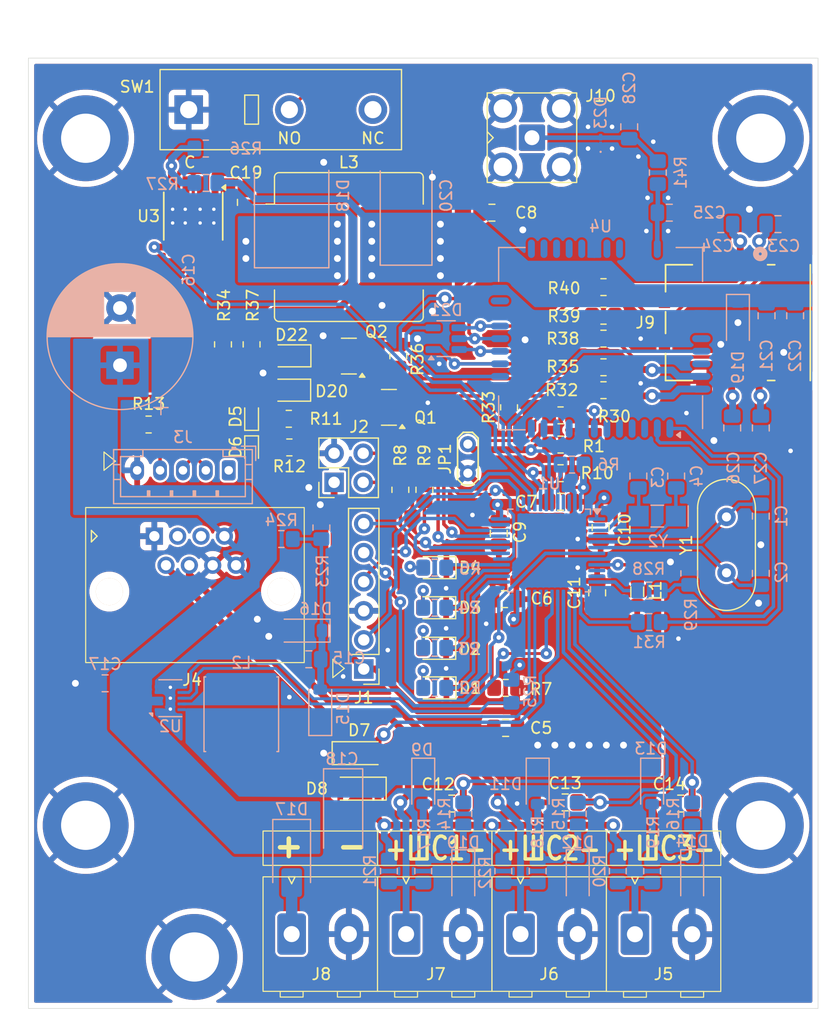
<source format=kicad_pcb>
(kicad_pcb (version 20241229) (generator "pcbnew") (generator_version "9.0")
  (layers (0 "F.Cu" signal) (2 "B.Cu" signal) (13 "F.Paste" user) (15 "B.Paste" user) (5 "F.SilkS" user "F.Silkscreen") (7 "B.SilkS" user "B.Silkscreen") (1 "F.Mask" user) (3 "B.Mask" user) (25 "Edge.Cuts" user))
  (net 0 "")
  (net 1 "Net-(U1-PH0)")
  (net 2 "GNDD")
  (net 3 "Net-(U1-PH1)")
  (net 4 "Net-(U1-PC14)")
  (net 5 "/D1IN")
  (net 6 "/D2IN")
  (net 7 "/D3IN")
  (net 8 "/BATTERY_LEVEL")
  (net 9 "/IN_OUT/VBAT_OUT")
  (net 10 "Net-(U3-BOOT)")
  (net 11 "+4V")
  (net 12 "/RFmodule/CARD_RST")
  (net 13 "Net-(U4-GSM_ANT)")
  (net 14 "/RFmodule/CARD_CLK")
  (net 15 "/RFmodule/CARD_DATA")
  (net 16 "Net-(D1-A)")
  (net 17 "Net-(D2-A)")
  (net 18 "Net-(D3-A)")
  (net 19 "+3V3")
  (net 20 "/DOUT")
  (net 21 "/SWCLK")
  (net 22 "/SWDIO")
  (net 23 "/SWO")
  (net 24 "/NRST")
  (net 25 "/UART1_RX")
  (net 26 "/UART1_TX")
  (net 27 "Net-(D21-IO3)")
  (net 28 "/IN_OUT/D2SENSE")
  (net 29 "/IN_OUT/D1SENSE")
  (net 30 "Net-(D23-A2)")
  (net 31 "/IN_OUT/D3SENSE")
  (net 32 "Net-(D5-K)")
  (net 33 "Net-(U1-VDDA)")
  (net 34 "Net-(U2-SW)")
  (net 35 "Net-(Q1-B)")
  (net 36 "Net-(Q2-B)")
  (net 37 "Net-(U1-BOOT0)")
  (net 38 "Net-(U1-PA10)")
  (net 39 "Net-(U1-PA9)")
  (net 40 "/PWR_GOOD")
  (net 41 "Net-(U3-VSENSE)")
  (net 42 "Net-(U4-UART1_RXD)")
  (net 43 "/UART2_TX")
  (net 44 "Net-(U4-UART1_RI)")
  (net 45 "/UART2_RI")
  (net 46 "Net-(U4-UART1_TXD)")
  (net 47 "/UART2_RX")
  (net 48 "/RFmodule/STATUS")
  (net 49 "/RFmodule/NETLIGHT")
  (net 51 "Net-(D6-K)")
  (net 52 "/SLEEP")
  (net 53 "/RF_ENABLE")
  (net 55 "/4V_ENABLE")
  (net 77 "Net-(D13-A)")
  (net 78 "Net-(D17-A)")
  (net 79 "Net-(U1-PB12)")
  (net 80 "Net-(U1-PB13)")
  (net 81 "Net-(U1-PB14)")
  (net 84 "Net-(D21-IO1)")
  (net 85 "Net-(D21-IO2)")
  (net 86 "Net-(D21-IO5)")
  (net 87 "Net-(D21-IO4)")
  (net 88 "Net-(D4-A)")
  (net 89 "Net-(D22-A)")
  (net 90 "Net-(D10-K)")
  (net 91 "Net-(D11-A)")
  (net 92 "Net-(D22-K)")
  (net 93 "Net-(D18-K)")
  (net 94 "Net-(J3-Pin_4)")
  (net 99 "Net-(D20-A)")
  (net 100 "Net-(D20-K)")
  (net 101 "Net-(JP1-B)")
  (net 102 "Net-(U1-PB15)")
  (net 104 "/TAMPER")
  (net 109 "/USB_D+")
  (net 110 "/USB_D-")
  (net 111 "Net-(U1-PC15)")
  (footprint "Capacitor_SMD:C_0805_2012Metric_Pad1.18x1.45mm_HandSolder" (layer "F.Cu") (at 85 88.1)
    (property "Reference" "C14")
    (property "Value" "100nF")
  )
  (footprint "TestPoint:TestPoint_2Pads_Pitch2.54mm_Drill0.8mm" (layer "F.Cu") (at 66.4 59.25 90)
    (property "Reference" "JP1")
    (property "Value" "Jumper_2_Open")
  )
  (footprint "Resistor_SMD:R_0805_2012Metric_Pad1.20x1.40mm_HandSolder" (layer "F.Cu") (at 78.25 50 180)
    (property "Reference" "R35")
    (property "Value" "4k7")
  )
  (footprint "Package_TO_SOT_SMD:SOT-23" (layer "F.Cu") (at 59.5 53.5 180)
    (property "Reference" "Q1")
    (property "Value" "BC848")
  )
  (footprint "footprints:DEGSON_DG390-5.0-02P_1x02_P5.0mm_Vertical" (layer "F.Cu") (at 51 99.5)
    (property "Reference" "J8")
    (property "Value" "Conn_DEGSON_01x02_Pin")
  )
  (footprint "Resistor_SMD:R_0805_2012Metric_Pad1.20x1.40mm_HandSolder" (layer "F.Cu") (at 38.5 55 180)
    (property "Reference" "R13")
    (property "Value" "5k1")
  )
  (footprint "Capacitor_SMD:C_0805_2012Metric_Pad1.18x1.45mm_HandSolder" (layer "F.Cu") (at 69.1 64.5 90)
    (property "Reference" "C9")
    (property "Value" "100nF")
  )
  (footprint "Connector_PinHeader_2.54mm:PinHeader_1x06_P2.54mm_Vertical" (layer "F.Cu") (at 57.3 76.35 180)
    (property "Reference" "J1")
    (property "Value" "Conn_01x06_Pin")
  )
  (footprint "Resistor_SMD:R_0805_2012Metric_Pad1.20x1.40mm_HandSolder" (layer "F.Cu") (at 74.5 59.25 180)
    (property "Reference" "R10")
    (property "Value" "100k")
  )
  (footprint "LED_SMD:LED_0805_2012Metric_Pad1.15x1.40mm_HandSolder" (layer "F.Cu") (at 63.5 78 180)
    (property "Reference" "D1")
    (property "Value" "GNL-0805UEC")
  )
  (footprint "Resistor_SMD:R_0805_2012Metric_Pad1.20x1.40mm_HandSolder" (layer "F.Cu") (at 62.6 60.7 90)
    (property "Reference" "R9")
    (property "Value" "51")
  )
  (footprint "footprints:DEGSON_DG390-5.0-02P_1x02_P5.0mm_Vertical" (layer "F.Cu") (at 81 99.5125)
    (property "Reference" "J5")
    (property "Value" "Conn_DEGSON_01x02_Pin")
  )
  (footprint "MountingHole:MountingHole_4.3mm_M4_DIN965_Pad" (layer "F.Cu") (at 92 90)
    (property "Reference" "H4" (hide yes))
    (property "Value" "MountingHole_Pad")
  )
  (footprint "Diode_SMD:D_SOD-123" (layer "F.Cu") (at 56.9 86.8 180)
    (property "Reference" "D8")
    (property "Value" "MBR0580")
  )
  (footprint "Capacitor_SMD:C_0805_2012Metric_Pad1.18x1.45mm_HandSolder" (layer "F.Cu") (at 74.9 88)
    (property "Reference" "C13")
    (property "Value" "100nF")
  )
  (footprint "footprints:SW_XKB_SM5-180UP-1" (layer "F.Cu") (at 42 27.5)
    (property "Reference" "SW1")
    (property "Value" "SM5-180UP-1")
  )
  (footprint "MountingHole:MountingHole_4.3mm_M4_DIN965_Pad" (layer "F.Cu") (at 42.5 101.5)
    (property "Reference" "H5" (hide yes))
    (property "Value" "MountingHole_Pad")
  )
  (footprint "LED_SMD:LED_0805_2012Metric_Pad1.15x1.40mm_HandSolder" (layer "F.Cu") (at 50.82 49 180)
    (property "Reference" "D22")
    (property "Value" "LED_RED")
  )
  (footprint "Capacitor_SMD:C_0805_2012Metric_Pad1.18x1.45mm_HandSolder" (layer "F.Cu") (at 78 64 90)
    (property "Reference" "C10")
    (property "Value" "100nF")
  )
  (footprint "LED_SMD:LED_0805_2012Metric_Pad1.15x1.40mm_HandSolder" (layer "F.Cu") (at 50.8 52 180)
    (property "Reference" "D20")
    (property "Value" "LED_RED")
  )
  (footprint "Resistor_SMD:R_0805_2012Metric_Pad1.20x1.40mm_HandSolder" (layer "F.Cu") (at 74.5 56.75 180)
    (property "Reference" "R1")
    (property "Value" "100k")
  )
  (footprint "Resistor_SMD:R_0805_2012Metric_Pad1.20x1.40mm_HandSolder" (layer "F.Cu") (at 69.7 78 180)
    (property "Reference" "R7")
    (property "Value" "100k")
  )
  (footprint "Diode_SMD:D_SOD-523" (layer "F.Cu") (at 47.5 54.25 90)
    (property "Reference" "D5")
    (property "Value" "ESD321DYAR")
  )
  (footprint "Connector_PinSocket_2.54mm:PinSocket_2x02_P2.54mm_Vertical" (layer "F.Cu") (at 54.71 60.05 180)
    (property "Reference" "J2")
    (property "Value" "Conn_02x02_2.54")
  )
  (footprint "Capacitor_SMD:C_0805_2012Metric_Pad1.18x1.45mm_HandSolder" (layer "F.Cu") (at 69.7 81.5 180)
    (property "Reference" "C5")
    (property "Value" "100nF")
  )
  (footprint "Resistor_SMD:R_0805_2012Metric_Pad1.20x1.40mm_HandSolder" (layer "F.Cu") (at 78.25 47.5)
    (property "Reference" "R38")
    (property "Value" "51")
  )
  (footprint "MountingHole:MountingHole_4.3mm_M4_DIN965_Pad" (layer "F.Cu") (at 33 30)
    (property "Reference" "H1" (hide yes))
    (property "Value" "MountingHole_Pad")
  )
  (footprint "footprints:RJ45_DS1134-8P8CX_Horizontal" (layer "F.Cu") (at 39 64.75)
    (property "Reference" "J4")
    (property "Value" "8P8C_DS1134")
  )
  (footprint "Capacitor_SMD:C_0805_2012Metric_Pad1.18x1.45mm_HandSolder" (layer "F.Cu") (at 47 35.6 -90)
    (property "Reference" "C19")
    (property "Value" "10nF")
  )
  (footprint "Resistor_SMD:R_0805_2012Metric_Pad1.20x1.40mm_HandSolder" (layer "F.Cu") (at 45 48 -90)
    (property "Reference" "R34")
    (property "Value" "470")
  )
  (footprint "Capacitor_SMD:C_0805_2012Metric_Pad1.18x1.45mm_HandSolder" (layer "F.Cu") (at 69.6 70.25)
    (property "Reference" "C6")
    (property "Value" "100nF")
  )
  (footprint "MountingHole:MountingHole_4.3mm_M4_DIN965_Pad" (layer "F.Cu") (at 33 90)
    (property "Reference" "H3" (hide yes))
    (property "Value" "MountingHole_Pad")
  )
  (footprint "footprints:SMA_HJ-SMA405" (layer "F.Cu") (at 72 29.95)
    (property "Reference" "J10")
    (property "Value" "HJ-SMA405")
  )
  (footprint "Package_SO:TI_SO-PowerPAD-8_ThermalVias" (layer "F.Cu") (at 42.4 36.8 -90)
    (property "Reference" "U3")
    (property "Value" "TPS5430DDA")
  )
  (footprint "Capacitor_SMD:C_0805_2012Metric_Pad1.18x1.45mm_HandSolder" (layer "F.Cu") (at 68.5 36.5 180)
    (property "Reference" "C8")
    (property "Value" "100nF")
  )
  (footprint "Package_TO_SOT_SMD:SOT-23" (layer "F.Cu") (at 56 49.025 180)
    (property "Reference" "Q2")
    (property "Value" "BC848")
  )
  (footprint "footprints:DEGSON_DG390-5.0-02P_1x02_P5.0mm_Vertical" (layer "F.Cu") (at 61 99.5)
    (property "Reference" "J7")
    (property "Value" "Conn_DEGSON_01x02_Pin")
  )
  (footprint "Resistor_SMD:R_0805_2012Metric_Pad1.20x1.40mm_HandSolder" (layer "F.Cu") (at 60.5 60.7 90)
    (property "Reference" "R8")
    (property "Value" "51")
  )
  (footprint "footprints:1042240820_MOLEX" (layer "F.Cu") (at 90 46.1 90)
    (property "Reference" "J9")
    (property "Value" "1042240820")
  )
  (footprint "footprints:DEGSON_DG390-5.0-02P_1x02_P5.0mm_Vertical" (layer "F.Cu") (at 71 99.5)
    (property "Reference" "J6")
    (property "Value" "Conn_DEGSON_01x02_Pin")
  )
  (footprint "Capacitor_SMD:C_0805_2012Metric_Pad1.18x1.45mm_HandSolder" (layer "F.Cu") (at 77.7 69.7 -90)
    (property "Reference" "C11")
    (property "Value" "100nF")
  )
  (footprint "Capacitor_SMD:C_0805_2012Metric_Pad1.18x1.45mm_HandSolder" (layer "F.Cu") (at 65 88.1)
    (property "Reference" "C12")
    (property "Value" "100nF")
  )
  (footprint "Resistor_SMD:R_0805_2012Metric_Pad1.20x1.40mm_HandSolder" (layer "F.Cu") (at 70 53.5 -90)
    (property "Reference" "R33")
    (property "Value" "47k")
  )
  (footprint "LED_SMD:LED_0805_2012Metric_Pad1.15x1.40mm_HandSolder" (layer "F.Cu") (at 63.5 67.5 180)
    (property "Reference" "D4")
    (property "Value" "GNL-0805PGC-TL")
  )
  (footprint "Resistor_SMD:R_0805_2012Metric_Pad1.20x1.40mm_HandSolder" (layer "F.Cu") (at 60.32 49.025 90)
    (property "Reference" "R36")
    (property "Value" "47k")
  )
  (footprint "LED_SMD:LED_0805_2012Metric_Pad1.15x1.40mm_HandSolder" (layer "F.Cu") (at 63.475 74.54 180)
    (property "Reference" "D2")
    (property "Value" "GNL-0805PGC-TL")
  )
  (footprint "Capacitor_SMD:C_0805_2012Metric_Pad1.18x1.45mm_HandSolder" (layer "F.Cu") (at 74.5 61.75)
    (property "Reference" "C7")
    (property "Value" "100nF")
  )
  (footprint "Inductor_SMD:L_Bourns_SRR1208_12.7x12.7mm" (layer "F.Cu") (at 56 39.5)
    (property "Reference" "L3")
    (property "Value" "22uH")
  )
  (footprint "Resistor_SMD:R_0805_2012Metric_Pad1.20x1.40mm_HandSolder" (layer "F.Cu") (at 74.5 54.2)
    (property "Reference" "R30")
    (property "Value" "1k")
  )
  (footprint "Resistor_SMD:R_0805_2012Metric_Pad1.20x1.40mm_HandSolder" (layer "F.Cu") (at 78.25 45.5)
    (property "Reference" "R39")
    (property "Value" "51")
  )
  (footprint "Resistor_SMD:R_0805_2012Metric_Pad1.20x1.40mm_HandSolder" (layer "F.Cu") (at 47.5 48 -90)
    (property "Reference" "R37")
    (property "Value" "470")
  )
  (footprint "Diode_SMD:D_SOD-523" (layer "F.Cu") (at 47.5 57.25 -90)
    (property "Reference" "D6")
    (property "Value" "ESD321DYAR")
  )
  (footprint "MountingHole:MountingHole_4.3mm_M4_DIN965_Pad" (layer "F.Cu") (at 92 30)
    (property "Reference" "H2" (hide yes))
    (property "Value" "MountingHole_Pad")
  )
  (footprint "Resistor_SMD:R_0805_2012Metric_Pad1.20x1.40mm_HandSolder" (layer "F.Cu") (at 50.8 57 180)
    (property "Reference" "R12")
    (property "Value" "51")
  )
  (footprint "LED_SMD:LED_0805_2012Metric_Pad1.15x1.40mm_HandSolder" (layer "F.Cu") (at 63.475 71 180)
    (property "Reference" "D3")
    (property "Value" "GNL-0805PGC-TL")
  )
  (footprint "Resistor_SMD:R_0805_2012Metric_Pad1.20x1.40mm_HandSolder" (layer "F.Cu") (at 78.25 52 180)
    (property "Reference" "R32")
    (property "Value" "4k7")
  )
  (footprint "Resistor_SMD:R_0805_2012Metric_Pad1.20x1.40mm_HandSolder" (layer "F.Cu") (at 50.75 54.5 180)
    (property "Reference" "R11")
    (property "Value" "51")
  )
  (footprint "Resistor_SMD:R_0805_2012Metric_Pad1.20x1.40mm_HandSolder" (layer "F.Cu") (at 78.25 43)
    (property "Reference" "R40")
    (property "Value" "51")
  )
  (footprint "Diode_SMD:D_SOD-123" (layer "F.Cu") (at 56.9 83.7)
    (property "Reference" "D7")
    (property "Value" "MBR0580")
  )
  (footprint "Crystal:Crystal_HC49-4H_Vertical" (layer "F.Cu") (at 89 67.95 90)
    (property "Reference" "Y1")
    (property "Value" "4 MHz")
  )
  (footprint "Inductor_SMD:L_0805_2012Metric_Pad1.05x1.20mm_HandSolder" (layer "F.Cu") (at 81.2 69.6 90)
    (property "Reference" "L1")
    (property "Value" "10uH")
  )
  (footprint "Diode_SMD:D_SOD-123" (layer "B.Cu") (at 86 94.5 -90)
    (property "Reference" "D14")
    (property "Value" "MBR0580")
  )
  (footprint "Resistor_SMD:R_0805_2012Metric_Pad1.20x1.40mm_HandSolder" (layer "B.Cu") (at 82.5 94 -90)
    (property "Reference" "R19")
    (property "Value" "4k7")
  )
  (footprint "Diode_SMD:D_SMA" (layer "B.Cu") (at 51 93 -90)
    (property "Reference" "D17")
    (property "Value" "SS26")
  )
  (footprint "Capacitor_SMD:C_0805_2012Metric_Pad1.18x1.45mm_HandSolder" (layer "B.Cu") (at 95 45.5 90)
    (property "Reference" "C22")
    (property "Value" "33pF")
  )
  (footprint "Diode_SMD:D_SOD-123" (layer "B.Cu") (at 66 94.5 -90)
    (property "Reference" "D10")
    (property "Value" "MBR0580")
  )
  (footprint "Diode_SMD:D_01005_0402Metric_Pad0.57x0.30mm_HandSolder" (layer "B.Cu") (at 78 30.25 90)
    (property "Reference" "D23")
    (property "Value" "LXES1UTAA1-157")
  )
  (footprint "Capacitor_SMD:C_0805_2012Metric_Pad1.18x1.45mm_HandSolder" (layer "B.Cu") (at 89.5 55.3 90)
    (property "Reference" "C27")
    (property "Value" "22pF")
  )
  (footprint "Resistor_SMD:R_0805_2012Metric_Pad1.20x1.40mm_HandSolder" (layer "B.Cu") (at 63.5 67.5 180)
    (property "Reference" "R5")
    (property "Value" "680")
  )
  (footprint "Capacitor_SMD:C_0805_2012Metric_Pad1.18x1.45mm_HandSolder" (layer "B.Cu") (at 92 63 90)
    (property "Reference" "C1")
    (property "Value" "20pF")
  )
  (footprint "Resistor_SMD:R_0805_2012Metric_Pad1.20x1.40mm_HandSolder" (layer "B.Cu") (at 59.5 94 -90)
    (property "Reference" "R21")
    (property "Value" "10k")
  )
  (footprint "Capacitor_SMD:C_0805_2012Metric_Pad1.18x1.45mm_HandSolder" (layer "B.Cu") (at 92 55.3 90)
    (property "Reference" "C26")
    (property "Value" "22pF")
  )
  (footprint "Capacitor_SMD:C_0805_2012Metric_Pad1.18x1.45mm_HandSolder" (layer "B.Cu") (at 34.7 77.6 180)
    (property "Reference" "C17")
    (property "Value" "470nFx50V")
  )
  (footprint "Capacitor_SMD:C_0805_2012Metric_Pad1.18x1.45mm_HandSolder" (layer "B.Cu") (at 52.5 75.5)
    (property "Reference" "C15")
    (property "Value" "100nF")
  )
  (footprint "Resistor_SMD:R_0805_2012Metric_Pad1.20x1.40mm_HandSolder" (layer "B.Cu") (at 62.5 94 -90)
    (property "Reference" "R17")
    (property "Value" "4k7")
  )
  (footprint "Capacitor_SMD:C_0805_2012Metric_Pad1.18x1.45mm_HandSolder" (layer "B.Cu") (at 84.6 59.5 -90)
    (property "Reference" "C4")
    (property "Value" "12.5pF")
  )
  (footprint "Resistor_SMD:R_0805_2012Metric_Pad1.20x1.40mm_HandSolder" (layer "B.Cu") (at 72.5 94 -90)
    (property "Reference" "R18")
    (property "Value" "4k7")
  )
  (footprint "Resistor_SMD:R_0805_2012Metric_Pad1.20x1.40mm_HandSolder" (layer "B.Cu") (at 63.5 71 180)
    (property "Reference" "R4")
    (property "Value" "680")
  )
  (footprint "Resistor_SMD:R_0805_2012Metric_Pad1.20x1.40mm_HandSolder" (layer "B.Cu") (at 82.25 72.25)
    (property "Reference" "R31")
    (property "Value" "1k")
  )
  (footprint "Crystal:Crystal_SMD_EuroQuartz_EQ161-2Pin_3.2x1.5mm_HandSoldering" (layer "B.Cu") (at 82.95 63 180)
    (property "Reference" "Y2")
    (property "Value" "32768 kHz")
  )
  (footprint "Resistor_SMD:R_0805_2012Metric_Pad1.20x1.40mm_HandSolder" (layer "B.Cu") (at 69.5 94 -90)
    (property "Reference" "R22")
    (property "Value" "10k")
  )
  (footprint "Resistor_SMD:R_0805_2012Metric_Pad1.20x1.40mm_HandSolder" (layer "B.Cu") (at 83 33 90)
    (property "Reference" "R41")
    (property "Value" "0")
  )
  (footprint "Diode_SMD:D_SMC" (layer "B.Cu") (at 51 36.4 90)
    (property "Reference" "D18")
    (property "Value" "B340")
  )
  (footprint "Diode_SMD:D_SOD-123" (layer "B.Cu") (at 62.5 86.5 -90)
    (property "Reference" "D9")
    (property "Value" "MBR0580")
  )
  (footprint "Capacitor_SMD:C_0805_2012Metric_Pad1.18x1.45mm_HandSolder" (layer "B.Cu") (at 81.3 59.5 -90)
    (property "Reference" "C3")
    (property "Value" "12.5pF")
  )
  (footprint "Capacitor_SMD:C_0805_2012Metric_Pad1.18x1.45mm_HandSolder" (layer "B.Cu") (at 88.5 37.5)
    (property "Reference" "C24")
    (property "Value" "22pF")
  )
  (footprint "Package_SON:WSON-10-1EP_2x3mm_P0.5mm_EP0.84x2.4mm_ThermalVias" (layer "B.Cu") (at 40.4 78.9)
    (property "Reference" "U2")
    (property "Value" "TPS62177DQC")
  )
  (footprint "Capacitor_SMD:C_0805_2012Metric_Pad1.18x1.45mm_HandSolder" (layer "B.Cu") (at 80.5 29 -90)
    (property "Reference" "C28")
    (property "Value" "10pF")
  )
  (footprint "Resistor_SMD:R_0805_2012Metric_Pad1.20x1.40mm_HandSolder" (layer "B.Cu") (at 63.5 74.5 180)
    (property "Reference" "R3")
    (property "Value" "680")
  )
  (footprint "Capacitor_THT:CP_Radial_D12.5mm_P5.00mm" (layer "B.Cu") (at 36 49.823959 90)
    (property "Reference" "C16")
    (property "Value" "1000uFx35V")
  )
  (footprint "Diode_SMD:D_SOD-123" (layer "B.Cu") (at 72.5 86.5 -90)
    (property "Reference" "D11")
    (property "Value" "MBR0580")
  )
  (footprint "Resistor_SMD:R_0805_2012Metric_Pad1.20x1.40mm_HandSolder" (layer "B.Cu") (at 66 89 -90)
    (property "Reference" "R14")
    (property "Value" "150k")
  )
  (footprint "Resistor_SMD:R_0805_2012Metric_Pad1.20x1.40mm_HandSolder" (layer "B.Cu") (at 53.6 64 90)
    (property "Reference" "R23")
    (property "Value" "100k")
  )
  (footprint "Resistor_SMD:R_0805_2012Metric_Pad1.20x1.40mm_HandSolder" (layer "B.Cu") (at 70.2 78.3 90)
    (property "Reference" "R25")
    (property "Value" "100k")
  )
  (footprint "Diode_SMD:D_SOD-123" (layer "B.Cu") (at 90 46 -90)
    (property "Reference" "D19")
    (property "Value" "MMSZ5231BT1G")
  )
  (footprint "Resistor_SMD:R_0805_2012Metric_Pad1.20x1.40mm_HandSolder" (layer "B.Cu") (at 50.1 65 180)
    (property "Reference" "R24")
    (property "Value" "1M")
  )
  (footprint "Resistor_SMD:R_0805_2012Metric_Pad1.20x1.40mm_HandSolder" (layer "B.Cu") (at 82.25 69.5)
    (property "Reference" "R28")
    (property "Value" "1k")
  )
  (footprint "Resistor_SMD:R_0805_2012Metric_Pad1.20x1.40mm_HandSolder" (layer "B.Cu") (at 75.5 58.5 180)
    (property "Reference" "R6")
    (property "Value" "10k")
  )
  (footprint "Package_TO_SOT_SMD:SOT-23-6" (layer "B.Cu") (at 64.5 47.5)
    (property "Reference" "D21")
    (property "Value" "ESDA6V1-5SC6")
  )
  (footprint "Capacitor_Tantalum_SMD:CP_EIA-7343-30_AVX-N_Pad2.25x2.55mm_HandSolder" (layer "B.Cu") (at 61 36.5 90)
    (property "Reference" "C20")
    (property "Value" "470uFx6.3V")
  )
  (footprint "Inductor_SMD:L_Cenker_CKCS6028" (layer "B.Cu") (at 46.6 80.3 -90)
    (property "Reference" "L2")
    (property "Value" "KSE-CD5D18NP-220NC")
  )
  (footprint "Capacitor_SMD:C_0805_2012Metric_Pad1.18x1.45mm_HandSolder" (layer "B.Cu") (at 92.5 45.5 90)
    (property "Reference" "C21")
    (property "Value" "10pF")
  )
  (footprint "Resistor_SMD:R_0805_2012Metric_Pad1.20x1.40mm_HandSolder" (layer "B.Cu") (at 86 89 -90)
    (property "Reference" "R16")
    (property "Value" "150k")
  )
  (footprint "Diode_SMD:D_SOD-123" (layer "B.Cu") (at 53.5 79.8 90)
    (property "Reference" "D15")
    (property "Value" "MBR0580")
  )
  (footprint "Resistor_SMD:R_0805_2012Metric_Pad1.20x1.40mm_HandSolder" (layer "B.Cu") (at 79.5 94 90)
    (property "Reference" "R20")
    (property "Value" "10k")
  )
  (footprint "Resistor_SMD:R_0805_2012Metric_Pad1.20x1.40mm_HandSolder" (layer "B.Cu") (at 43.5 33.9)
    (property "Reference" "R27")
    (property "Value" "10k")
  )
  (footprint "RF_GSM:SIMCom_SIM800C" (layer "B.Cu") (at 78 47.5 90)
    (property "Reference" "U4")
    (property "Value" "SIM800C")
  )
  (footprint "Capacitor_SMD:C_0805_2012Metric_Pad1.18x1.45mm_HandSolder" (layer "B.Cu") (at 92 68 -90)
    (property "Reference" "C2")
    (property "Value" "20pF")
  )
  (footprint "Resistor_SMD:R_0805_2012Metric_Pad1.20x1.40mm_HandSolder" (layer "B.Cu") (at 43.5 30.9 180)
    (property "Reference" "R26")
    (property "Value" "4k3")
  )
  (footprint "Diode_SMD:D_SOD-123" (layer "B.Cu") (at 82.5 86.5 -90)
    (property "Reference" "D13")
    (property "Value" "MBR0580")
  )
  (footprint "Capacitor_Tantalum_SMD:CP_EIA-6032-28_Kemet-C_Pad2.25x2.35mm_HandSolder" (layer "B.Cu") (at 55.5 89 -90)
    (property "Reference" "C18")
    (property "Value" "CA45-C010K107T")
  )
  (footprint "Resistor_SMD:R_0805_2012Metric_Pad1.20x1.40mm_HandSolder" (layer "B.Cu") (at 63.5 78 180)
    (property "Reference" "R2")
    (property "Value" "680")
  )
  (footprint "Connector_JST:JST_PH_B5B-PH-K_1x05_P2.00mm_Vertical" (layer "B.Cu") (at 45.5 59 180)
    (property "Reference" "J3")
    (property "Value" "Conn_01x05")
  )
  (footprint "Resistor_SMD:R_0805_2012Metric_Pad1.20x1.40mm_HandSolder" (layer "B.Cu") (at 76 89 -90)
    (property "Reference" "R15")
    (property "Value" "150k")
  )
  (footprint "Capacitor_SMD:C_0805_2012Metric_Pad1.18x1.45mm_HandSolder" (layer "B.Cu") (at 93.5 37.5 180)
    (property "Reference" "C23")
    (property "Value" "100nF")
  )
  (footprint "Resistor_SMD:R_0805_2012Metric_Pad1.20x1.40mm_HandSolder" (layer "B.Cu") (at 85.75 68 -90)
    (property "Reference" "R29")
    (property "Value" "5k6")
  )
  (footprint "Diode_SMD:D_SOD-123" (layer "B.Cu") (at 76 94.5 -90)
    (property "Reference" "D12")
    (property "Value" "MBR0580")
  )
  (footprint "Capacitor_SMD:C_0805_2012Metric_Pad1.18x1.45mm_HandSolder" (layer "B.Cu") (at 84 36.5 180)
    (property "Reference" "C25")
    (property "Value" "10pF")
  )
  (footprint "Package_QFP:LQFP-48_7x7mm_P0.5mm" (layer "B.Cu") (at 73.5 66 180)
    (property "Reference" "U1")
    (property "Value" "STM32L052C8Tx")
  )
  (footprint "Diode_SMD:D_SOD-123" (layer "B.Cu") (at 52 73 180)
    (property "Reference" "D16")
    (property "Value" "MBR0580")
  )
  (gr_rect (start 48.5 90.5) (end 88.5 93.5) (stroke (width 0.1)) (fill no) (layer "F.SilkS"))
  (gr_line (start 58.5 93.5) (end 58.5 90.5) (stroke (width 0.1)) (layer "F.SilkS"))
  (gr_line (start 34.6 57.4) (end 34.6 59) (stroke (width 0.1)) (layer "F.SilkS"))
  (gr_line (start 68.5 93.5) (end 68.5 90.5) (stroke (width 0.1)) (layer "F.SilkS"))
  (gr_line (start 34.6 59) (end 35.6 58.2) (stroke (width 0.1)) (layer "F.SilkS"))
  (gr_line (start 55.6 76.3) (end 54.6 75.5) (stroke (width 0.1)) (layer "F.SilkS"))
  (gr_line (start 54.6 75.5) (end 54.6 77.1) (stroke (width 0.1)) (layer "F.SilkS"))
  (gr_line (start 54.6 77.1) (end 55.6 76.3) (stroke (width 0.1)) (layer "F.SilkS"))
  (gr_line (start 35.6 58.2) (end 34.6 57.4) (stroke (width 0.1)) (layer "F.SilkS"))
  (gr_line (start 78.5 93.5) (end 78.5 90.5) (stroke (width 0.1)) (layer "F.SilkS"))
  (gr_rect (start 28 23) (end 97 106) (stroke (width 0.05)) (fill no) (layer "Edge.Cuts"))
  (gr_text "+ШС1-" (at 59 93.2 0) (layer "F.SilkS") (effects (font (size 2 1.5) (thickness 0.3)) (justify left bottom)))
  (gr_text "+ШС2-" (at 69 93.2 0) (layer "F.SilkS") (effects (font (size 2 1.5) (thickness 0.3)) (justify left bottom)))
  (gr_text "+  -" (at 49.25 92.95 0) (layer "F.SilkS") (effects (font (size 2 2) (thickness 0.4) (bold yes)) (justify left bottom)))
  (gr_text "+ШС3-" (at 79 93.2 0) (layer "F.SilkS") (effects (font (size 2 1.5) (thickness 0.3)) (justify left bottom)))
  (segment (start 89 63.07) (end 90.1075 61.9625) (width 0.3) (layer "B.Cu") (net 1))
  (segment (start 77.6625 65.25) (end 86.82 65.25) (width 0.3) (layer "B.Cu") (net 1))
  (segment (start 90.1075 61.9625) (end 92 61.9625) (width 0.3) (layer "B.Cu") (net 1))
  (segment (start 86.82 65.25) (end 89 63.07) (width 0.3) (layer "B.Cu") (net 1))
  (segment (start 41.765 37.465) (end 41.7 37.4) (width 0.6) (layer "F.Cu") (net 2))
  (via (at 48 72) (size 1.2) (drill 0.6) (layers "F.Cu" "B.Cu") (net 2))
  (via (at 53.75 47.25) (size 1.2) (drill 0.6) (layers "F.Cu" "B.Cu") (net 2))
  (via (at 90 46.1) (size 1.2) (drill 0.6) (layers "F.Cu" "B.Cu") (net 2))
  (via (at 76.9 29) (size 1) (drill 0.4) (layers "F.Cu" "B.Cu") (net 2))
  (via (at 94.6 57.3) (size 1) (drill 0.4) (layers "F.Cu" "B.Cu") (net 2))
  (via (at 55.5 77) (size 1) (drill 0.4) (layers "F.Cu" "B.Cu") (net 2))
  (via (at 62.9 53.1) (size 1) (drill 0.4) (layers "F.Cu" "B.Cu") (net 2))
  (via (at 76.9 30.9) (size 1) (drill 0.4) (layers "F.Cu" "B.Cu") (net 2))
  (via (at 82 38.1) (size 1) (drill 0.4) (layers "F.Cu" "B.Cu") (net 2))
  (via (at 70.7 88.1) (size 1) (drill 0.4) (layers "F.Cu" "B.Cu") (net 2))
  (via (at 66.8 62.9) (size 1) (drill 0.4) (layers "F.Cu" "B.Cu") (net 2))
  (via (at 83.9 35.2) (size 1) (drill 0.4) (layers "F.Cu" "B.Cu") (net 2))
  (via (at 88.5 48) (size 1.2) (drill 0.6) (layers "F.Cu" "B.Cu") (net 2))
  (via (at 91 36.2) (size 1.2) (drill 0.6) (layers "F.Cu" "B.Cu") (net 2))
  (via (at 87.9 56.4) (size 1.2) (drill 0.6) (layers "F.Cu" "B.Cu") (net 2))
  (via (at 58.9 44.6) (size 1.2) (drill 0.6) (layers "F.Cu" "B.Cu") (net 2))
  (via (at 64.5 69.3) (size 1) (drill 0.4) (layers "F.Cu" "B.Cu") (net 2))
  (via (at 81.5 51.4) (size 1) (drill 0.4) (layers "F.Cu" "B.Cu") (net 2))
  (via (at 71.4 47.6) (size 1.2) (drill 0.6) (layers "F.Cu" "B.Cu") (net 2))
  (via (at 82.6 30.3) (size 1) (drill 0.4) (layers "F.Cu" "B.Cu") (net 2))
  (via (at 50.8 78.8) (size 1) (drill 0.4) (layers "F.Cu" "B.Cu") (net 2))
  (via (at 76 65) (size 1) (drill 0.4) (layers "F.Cu" "B.Cu") (net 2))
  (via (at 91.8 70.6) (size 1.2) (drill 0.6) (layers "F.Cu" "B.Cu") (net 2))
  (via (at 32.1 77.6) (size 1.2) (drill 0.6) (layers "F.Cu" "B.Cu") (net 2))
  (via (at 59.4 74.7) (size 1) (drill 0.4) (layers "F.Cu" "B.Cu") (net 2))
  (via (at 48.5 50.5) (size 1.2) (drill 0.6) (layers "F.Cu" "B.Cu") (net 2))
  (via (at 68 72.4) (size 1) (drill 0.4) (layers "F.Cu" "B.Cu") (net 2))
  (via (at 92 65.5) (size 1.2) (drill 0.6) (layers "F.Cu" "B.Cu") (net 2))
  (via (at 84.1 67) (size 1.2) (drill 0.6) (layers "F.Cu" "B.Cu") (net 2))
  (via (at 85.5 54) (size 1) (drill 0.4) (layers "F.Cu" "B.Cu") (net 2))
  (via (at 52.5 60.5) (size 1.2) (drill 0.6) (layers "F.Cu" "B.Cu") (net 2))
  (via (at 53.8 32.1) (size 1.2) (drill 0.6) (layers "F.Cu" "B.Cu") (net 2))
  (via (at 63.3 45.1) (size 1.2) (drill 0.6) (layers "F.Cu" "B.Cu") (net 2))
  (via (at 79 30.9) (size 1) (drill 0.4) (layers "F.Cu" "B.Cu") (net 2))
  (via (at 64.5 72.8) (size 1) (drill 0.4) (layers "F.Cu" "B.Cu") (net 2))
  (via (at 64.5 76.3) (size 1) (drill 0.4) (layers "F.Cu" "B.Cu") (net 2))
  (via (at 63.9 49.7) (size 1) (drill 0.4) (layers "F.Cu" "B.Cu") (net 2))
  (via (at 81.3 31.6) (size 1) (drill 0.4) (layers "F.Cu" "B.Cu") (net 2))
  (via (at 94 48.7) (size 1.2) (drill 0.6) (layers "F.Cu" "B.Cu") (net 2))
  (via (at 49 73.5) (size 1.2) (drill 0.6) (layers "F.Cu" "B.Cu") (net 2))
  (via (at 79 29) (size 1) (drill 0.4) (layers "F.Cu" "B.Cu") (net 2))
  (via (at 63.3 33.4) (size 1.2) (drill 0.6) (layers "F.Cu" "B.Cu") (net 2))
  (via (at 84.8 73.7) (size 1) (drill 0.4) (layers "F.Cu" "B.Cu") (net 2))
  (via (at 81.5 47.5) (size 1) (drill 0.4) (layers "F.Cu" "B.Cu") (net 2))
  (via (at 53.5 62) (size 1.2) (drill 0.6) (layers "F.Cu" "B.Cu") (net 2))
  (via (at 76 67.5) (size 1) (drill 0.4) (layers "F.Cu" "B.Cu") (net 2))
  (via (at 83.9 38.1) (size 1) (drill 0.4) (layers "F.Cu" "B.Cu") (net 2))
  (via (at 62 47.5) (size 1.2) (drill 0.6) (layers "F.Cu" "B.Cu") (net 2))
  (via (at 82.1 35.2) (size 1) (drill 0.4) (layers "F.Cu" "B.Cu") (net 2))
  (via (at 71.2 38) (size 1.2) (drill 0.6) (layers "F.Cu" "B.Cu") (net 2))
  (segment (start 86 96.15) (end 86 99.5125) (width 0.6) (layer "B.Cu") (net 2))
  (segment (start 76 96.15) (end 76 99.5) (width 0.6) (layer "B.Cu") (net 2))
  (segment (start 66 96.15) (end 66 99.5) (width 0.6) (layer "B.Cu") (net 2))
  (segment (start 77.6625 65.75) (end 86.8 65.75) (width 0.3) (layer "B.Cu") (net 3))
  (segment (start 89 67.95) (end 90.0875 69.0375) (width 0.3) (layer "B.Cu") (net 3))
  (segment (start 90.0875 69.0375) (end 92 69.0375) (width 0.3) (layer "B.Cu") (net 3))
  (segment (start 86.8 65.75) (end 89 67.95) (width 0.3) (layer "B.Cu") (net 3))
  (segment (start 81.325 63) (end 81.325 60.5625) (width 0.3) (layer "B.Cu") (net 4))
  (segment (start 78.55 64.25) (end 79.8 63) (width 0.3) (layer "B.Cu") (net 4))
  (segment (start 81.325 60.5625) (end 81.3 60.5375) (width 0.3) (layer "B.Cu") (net 4))
  (segment (start 79.8 63) (end 81.325 63) (width 0.3) (layer "B.Cu") (net 4))
  (segment (start 77.6625 64.25) (end 78.55 64.25) (width 0.3) (layer "B.Cu") (net 4))
  (segment (start 66 87.9625) (end 66 86.35) (width 0.6) (layer "F.Cu") (net 5))
  (via (at 66 86.35) (size 1.2) (drill 0.6) (layers "F.Cu" "B.Cu") (net 5))
  (segment (start 83.8 83.95) (end 83.8 85.65) (width 0.3) (layer "B.Cu") (net 5))
  (segment (start 74.75 74.9) (end 83.8 83.95) (width 0.3) (layer "B.Cu") (net 5))
  (segment (start 66.2 86.15) (end 78.55 86.15) (width 0.3) (layer "B.Cu") (net 5))
  (segment (start 66 88) (end 66 86.35) (width 0.3) (layer "B.Cu") (net 5))
  (segment (start 74.75 70.1625) (end 74.75 74.9) (width 0.3) (layer "B.Cu") (net 5))
  (segment (start 83.8 85.65) (end 83.3 86.15) (width 0.3) (layer "B.Cu") (net 5))
  (segment (start 83.3 86.15) (end 80.29348 86.15) (width 0.3) (layer "B.Cu") (net 5))
  (segment (start 78.55 86.15) (end 78.551 86.149) (width 0.3) (layer "B.Cu") (net 5))
  (segment (start 80.29348 86.15) (end 80.29248 86.149) (width 0.3) (layer "B.Cu") (net 5))
  (segment (start 66 86.35) (end 66.2 86.15) (width 0.3) (layer "B.Cu") (net 5))
  (segment (start 78.551 86.149) (end 80.29248 86.149) (width 0.3) (layer "B.Cu") (net 5))
  (segment (start 80.29248 86.149) (end 80.292479 86.149) (width 0.3) (layer "B.Cu") (net 5))
  (segment (start 76 87.9625) (end 77.9125 87.9625) (width 0.6) (layer "F.Cu") (net 6))
  (segment (start 77.9125 87.9625) (end 77.95 88) (width 0.6) (layer "F.Cu") (net 6))
  (via (at 77.95 88) (size 1.2) (drill 0.6) (layers "F.Cu" "B.Cu") (net 6))
  (segment (start 80.6 88) (end 77.95 88) (width 0.3) (layer "B.Cu") (net 6))
  (segment (start 75.25 70.1625) (end 75.25 74.55) (width 0.3) (layer "B.Cu") (net 6))
  (segment (start 81.7 86.9) (end 80.6 88) (width 0.3) (layer "B.Cu") (net 6))
  (segment (start 83.7 86.9) (end 81.7 86.9) (width 0.3) (layer "B.Cu") (net 6))
  (segment (start 84.6 86) (end 83.7 86.9) (width 0.3) (layer "B.Cu") (net 6))
  (segment (start 76 88) (end 77.95 88) (width 0.3) (layer "B.Cu") (net 6))
  (segment (start 84.6 83.9) (end 84.6 86) (width 0.3) (layer "B.Cu") (net 6))
  (segment (start 75.25 74.55) (end 84.6 83.9) (width 0.3) (layer "B.Cu") (net 6))
  (segment (start 86 87.9625) (end 86 86.25) (width 0.6) (layer "F.Cu") (net 7))
  (via (at 86 86.25) (size 1.2) (drill 0.6) (layers "F.Cu" "B.Cu") (net 7))
  (segment (start 75.75 74.2) (end 75.75 70.1625) (width 0.3) (layer "B.Cu") (net 7))
  (segment (start 86 86.25) (end 86 84.45) (width 0.3) (layer "B.Cu") (net 7))
  (segment (start 86 88) (end 86 86.25) (width 0.3) (layer "B.Cu") (net 7))
  (segment (start 86 84.45) (end 75.75 74.2) (width 0.3) (layer "B.Cu") (net 7))
  (segment (start 69.5 75) (end 73.25 75) (width 0.25) (layer "F.Cu") (net 8))
  (via (at 69.5 75) (size 1) (drill 0.4) (layers "F.Cu" "B.Cu") (net 8))
  (via (at 73.25 75) (size 1) (drill 0.4) (layers "F.Cu" "B.Cu") (net 8))
  (segment (start 53.9 78.2) (end 53.6 77.9) (width 0.3) (layer "B.Cu") (net 8))
  (segment (start 53.65 75.3875) (end 53.5375 75.5) (width 0.6) (layer "B.Cu") (net 8))
  (segment (start 69 76.9) (end 66.348 79.552) (width 0.3) (layer "B.Cu") (net 8))
  (segment (start 73.25 75) (end 73.25 72) (width 0.3) (layer "B.Cu") (net 8))
  (segment (start 73.75 71.5) (end 73.75 70.1625) (width 0.3) (layer "B.Cu") (net 8))
  (segment (start 69 75.5) (end 69 76.9) (width 0.3) (layer "B.Cu") (net 8))
  (segment (start 69.5 75) (end 69 75.5) (width 0.3) (layer "B.Cu") (net 8))
  (segment (start 73.25 72) (end 73.75 71.5) (width 0.3) (layer "B.Cu") (net 8))
  (segment (start 61.68661 79.552) (end 60.33461 78.2) (width 0.3) (layer "B.Cu") (net 8))
  (segment (start 53.5375 75.5) (end 53.5375 78.1125) (width 0.6) (layer "B.Cu") (net 8))
  (segment (start 60.33461 78.2) (end 53.9 78.2) (width 0.3) (layer "B.Cu") (net 8))
  (segment (start 66.348 79.552) (end 61.68661 79.552) (width 0.3) (layer "B.Cu") (net 8))
  (segment (start 53.6 65) (end 53.6 72.95) (width 0.3) (layer "B.Cu") (net 8))
  (segment (start 51.1 65) (end 53.6 65) (width 0.3) (layer "B.Cu") (net 8))
  (segment (start 53.6 72.95) (end 53.65 73) (width 0.3) (layer "B.Cu") (net 8))
  (segment (start 53.65 73) (end 53.65 75.3875) (width 0.6) (layer "B.Cu") (net 8))
  (segment (start 53.5375 78.1125) (end 53.5 78.15) (width 0.6) (layer "B.Cu") (net 8))
  (segment (start 46.11 67.29) (end 46.14 67.29) (width 0.6) (layer "B.Cu") (net 9))
  (segment (start 44.5 33) (end 46.5 33) (width 0.6) (layer "F.Cu") (net 10))
  (segment (start 44.305 34.1) (end 44.305 33.195) (width 0.6) (layer "F.Cu") (net 10))
  (segment (start 44.305 33.195) (end 44.5 33) (width 0.6) (layer "F.Cu") (net 10))
  (segment (start 47 33.5) (end 47 34.5625) (width 0.6) (layer "F.Cu") (net 10))
  (segment (start 46.5 33) (end 47 33.5) (width 0.6) (layer "F.Cu") (net 10))
  (segment (start 47.5 47) (end 45 47) (width 0.6) (layer "F.Cu") (net 11))
  (segment (start 49.5 45) (end 47.5 47) (width 0.6) (layer "F.Cu") (net 11))
  (segment (start 58 42) (end 55 45) (width 0.6) (layer "F.Cu") (net 11))
  (segment (start 55 45) (end 49.5 45) (width 0.6) (layer "F.Cu") (net 11))
  (via (at 58 39) (size 1.2) (drill 0.6) (layers "F.Cu" "B.Cu") (net 11))
  (via (at 58 37.5) (size 1.2) (drill 0.6) (layers "F.Cu" "B.Cu") (net 11))
  (via (at 58 40.5) (size 1.2) (drill 0.6) (layers "F.Cu" "B.Cu") (net 11))
  (via (at 64 42) (size 1.2) (drill 0.6) (layers "F.Cu" "B.Cu") (net 11))
  (via (at 58 42) (size 1.2) (drill 0.6) (layers "F.Cu" "B.Cu") (net 11))
  (via (at 64 39) (size 1.2) (drill 0.6) (layers "F.Cu" "B.Cu") (net 11))
  (via (at 64 37.5) (size 1.2) (drill 0.6) (layers "F.Cu" "B.Cu") (net 11))
  (via (at 64 40.5) (size 1.2) (drill 0.6) (layers "F.Cu" "B.Cu") (net 11))
  (segment (start 55.8 35.3) (end 58 37.5) (width 0.6) (layer "B.Cu") (net 11))
  (segment (start 46.4 33.9) (end 47.8 35.3) (width 0.6) (layer "B.Cu") (net 11))
  (segment (start 47.8 35.3) (end 55.8 35.3) (width 0.6) (layer "B.Cu") (net 11))
  (segment (start 44.5 33.9) (end 46.4 33.9) (width 0.6) (layer "B.Cu") (net 11))
  (segment (start 90.2 39) (end 90.2 39.9) (width 0.6) (layer "F.Cu") (net 12))
  (segment (start 90.65 42.4203) (end 90.0703 43) (width 0.3) (layer "F.Cu") (net 12))
  (segment (start 90.65 40.35) (end 90.65 41.125) (width 0.6) (layer "F.Cu") (net 12))
  (segment (start 90.65 41.125) (end 90.575 41.2) (width 0.6) (layer "F.Cu") (net 12))
  (segment (start 90.652399 41.2) (end 90.652399 41.622601) (width 0.3) (layer "F.Cu") (net 12))
  (segment (start 90.0703 43) (end 79.25 43) (width 0.3) (layer "F.Cu") (net 12))
  (segment (start 90.65 41.625) (end 90.65 42.4203) (width 0.3) (layer "F.Cu") (net 12))
  (segment (start 90.2 39.9) (end 90.65 40.35) (width 0.6) (layer "F.Cu") (net 12))
  (segment (start 90.652399 41.622601) (end 90.65 41.625) (width 0.3) (layer "F.Cu") (net 12))
  (via (at 90.2 39) (size 1.2) (drill 0.6) (layers "F.Cu" "B.Cu") (net 12))
  (segment (start 89.5375 37.5) (end 89.5375 38.3375) (width 0.6) (layer "B.Cu") (net 12))
  (segment (start 89.5375 38.3375) (end 90.2 39) (width 0.6) (layer "B.Cu") (net 12))
  (segment (start 82.95 39.65) (end 82.95 36.5125) (width 0.4) (layer "B.Cu") (net 13))
  (segment (start 83 36.4625) (end 82.9625 36.5) (width 0.3) (layer "B.Cu") (net 13))
  (segment (start 82.95 36.5125) (end 82.9625 36.5) (width 0.3) (layer "B.Cu") (net 13))
  (segment (start 83 34) (end 83 36.4625) (width 0.4) (layer "B.Cu") (net 13))
  (segment (start 91.9625 52.3625) (end 91.852399 52.252399) (width 0.6) (layer "F.Cu") (net 14))
  (segment (start 91.852399 52.252399) (end 91.852399 51) (width 0.6) (layer "F.Cu") (net 14))
  (segment (start 91.852399 49.782099) (end 88.6703 46.6) (width 0.3) (layer "F.Cu") (net 14))
  (segment (start 91.852399 51) (end 91.852399 49.782099) (width 0.3) (layer "F.Cu") (net 14))
  (segment (start 80.3 46.6) (end 79.25 45.55) (width 0.3) (layer "F.Cu") (net 14))
  (segment (start 91.9625 52.5) (end 91.9625 52.3625) (width 0.6) (layer "F.Cu") (net 14))
  (segment (start 79.25 45.55) (end 79.25 45.5) (width 0.3) (layer "F.Cu") (net 14))
  (segment (start 88.6703 46.6) (end 80.3 46.6) (width 0.3) (layer "F.Cu") (net 14))
  (via (at 91.9625 52.5) (size 1.2) (drill 0.6) (layers "F.Cu" "B.Cu") (net 14))
  (segment (start 91.9625 52.5) (end 91.9625 54) (width 0.6) (layer "B.Cu") (net 14))
  (segment (start 80.8 49.1) (end 88.2 49.1) (width 0.3) (layer "F.Cu") (net 15))
  (segment (start 89.452399 50.352399) (end 89.452399 51) (width 0.3) (layer "F.Cu") (net 15))
  (segment (start 79.25 47.55) (end 80.8 49.1) (width 0.3) (layer "F.Cu") (net 15))
  (segment (start 89.5375 52.5375) (end 89.452399 52.452399) (width 0.6) (layer "F.Cu") (net 15))
  (segment (start 79.25 47.5) (end 79.25 47.55) (width 0.3) (layer "F.Cu") (net 15))
  (segment (start 89.452399 52.452399) (end 89.452399 51) (width 0.6) (layer "F.Cu") (net 15))
  (segment (start 88.2 49.1) (end 89.452399 50.352399) (width 0.3) (layer "F.Cu") (net 15))
  (via (at 89.5375 52.5375) (size 1.2) (drill 0.6) (layers "F.Cu" "B.Cu") (net 15))
  (segment (start 89.5375 52.5375) (end 89.5375 54) (width 0.6) (layer "B.Cu") (net 15))
  (segment (start 62.475 76.525) (end 62.5 76.5) (width 0.3) (layer "F.Cu") (net 16))
  (segment (start 62.475 78) (end 62.475 76.525) (width 0.3) (layer "F.Cu") (net 16))
  (via (at 62.5 76.5) (size 1) (drill 0.4) (layers "F.Cu" "B.Cu") (net 16))
  (segment (start 62.5 76.5) (end 62.5 78) (width 0.3) (layer "B.Cu") (net 16))
  (segment (start 62.5 74.49) (end 62.45 74.54) (width 0.3) (layer "F.Cu") (net 17))
  (segment (start 62.5 73) (end 62.5 74.49) (width 0.3) (layer "F.Cu") (net 17))
  (via (at 62.5 73) (size 1) (drill 0.4) (layers "F.Cu" "B.Cu") (net 17))
  (segment (start 62.5 73) (end 62.5 74.5) (width 0.3) (layer "B.Cu") (net 17))
  (segment (start 62.45 69.55) (end 62.5 69.5) (width 0.3) (layer "F.Cu") (net 18))
  (segment (start 62.45 71) (end 62.45 69.55) (width 0.3) (layer "F.Cu") (net 18))
  (via (at 62.5 69.5) (size 1) (drill 0.4) (layers "F.Cu" "B.Cu") (net 18))
  (segment (start 62.5 69.5) (end 62.5 71) (width 0.3) (layer "B.Cu") (net 18))
  (segment (start 62 80) (end 69.5 80) (width 0.6) (layer "F.Cu") (net 19))
  (segment (start 58.35 76.35) (end 62 80) (width 0.6) (layer "F.Cu") (net 19))
  (segment (start 57.3 76.35) (end 54.71 73.76) (width 0.6) (layer "F.Cu") (net 19))
  (segment (start 57.3 76.35) (end 58.35 76.35) (width 0.6) (layer "F.Cu") (net 19))
  (segment (start 69.5 80) (end 71.5 80) (width 0.6) (layer "F.Cu") (net 19))
  (segment (start 69.5 80) (end 70.5 80) (width 0.6) (layer "F.Cu") (net 19))
  (segment (start 71.5 80) (end 72.5 81) (width 0.6) (layer "F.Cu") (net 19))
  (segment (start 72.5 81) (end 72.5 83) (width 0.6) (layer "F.Cu") (net 19))
  (segment (start 54.71 73.76) (end 54.71 60.05) (width 0.6) (layer "F.Cu") (net 19))
  (segment (start 55.25 83.7) (end 53.8 83.7) (width 0.6) (layer "F.Cu") (net 19))
  (via (at 78.3 61.4) (size 1) (drill 0.4) (layers "F.Cu" "B.Cu") (net 19))
  (via (at 69 62) (size 1) (drill 0.4) (layers "F.Cu" "B.Cu") (net 19))
  (via (at 75.5 83) (size 1.2) (drill 0.6) (layers "F.Cu" "B.Cu") (net 19))
  (via (at 70.925 76) (size 1) (drill 0.4) (layers "F.Cu" "B.Cu") (net 19))
  (via (at 70.4 72) (size 1) (drill 0.4) (layers "F.Cu" "B.Cu") (net 19))
  (via (at 80 83) (size 1.2) (drill 0.6) (layers "F.Cu" "B.Cu") (net 19))
  (via (at 53.8 83.7) (size 1.2) (drill 0.6) (layers "F.Cu" "B.Cu") (net 19))
  (via (at 74 83) (size 1.2) (drill 0.6) (layers "F.Cu" "B.Cu") (net 19))
  (via (at 72.5 83) (size 1.2) (drill 0.6) (layers "F.Cu" "B.Cu") (net 19))
  (via (at 78.5 83) (size 1.2) (drill 0.6) (layers "F.Cu" "B.Cu") (net 19))
  (via (at 76.5 60.5) (size 1) (drill 0.4) (layers "F.Cu" "B.Cu") (net 19))
  (via (at 77 83) (size 1.2) (drill 0.6) (layers "F.Cu" "B.Cu") (net 19))
  (segment (start 70.5 72) (end 70.4 72) (width 0.25) (layer "B.Cu") (net 19))
  (segment (start 70.75 71.75) (end 70.5 72) (width 0.25) (layer "B.Cu") (net 19))
  (segment (start 69.103188 62.103188) (end 69.103188 62.278075) (width 0.3) (layer "B.Cu") (net 19))
  (segment (start 69.103188 62.278075) (end 69.3375 62.512387) (width 0.3) (layer "B.Cu") (net 19))
  (segment (start 76.5 60.85) (end 76.25 61.1) (width 0.3) (layer "B.Cu") (net 19))
  (segment (start 70.1 76.825) (end 70.925 76) (width 0.3) (layer "B.Cu") (net 19))
  (segment (start 78.3 61.4) (end 77.65 62.05) (width 0.3) (layer "B.Cu") (net 19))
  (segment (start 70.75 70.1625) (end 70.75 71.75) (width 0.3) (layer "B.Cu") (net 19))
  (segment (start 77.65 63.2375) (end 77.6625 63.25) (width 0.3) (layer "B.Cu") (net 19))
  (segment (start 76.5 60.5) (end 76.5 60.85) (width 0.3) (layer "B.Cu") (net 19))
  (segment (start 69 62) (end 69.103188 62.103188) (width 0.3) (layer "B.Cu") (net 19))
  (segment (start 69.3375 62.512387) (end 69.3375 63.25) (width 0.3) (layer "B.Cu") (net 19))
  (segment (start 77.65 62.05) (end 77.65 63.2375) (width 0.3) (layer "B.Cu") (net 19))
  (segment (start 76.5 60.5) (end 76.5 58.75) (width 0.6) (layer "B.Cu") (net 19))
  (segment (start 70.1 77.3) (end 70.1 76.825) (width 0.3) (layer "B.Cu") (net 19))
  (segment (start 68.55 63.25) (end 69.3375 63.25) (width 0.3) (layer "B.Cu") (net 19))
  (segment (start 76.25 61.1) (end 76.25 61.8375) (width 0.3) (layer "B.Cu") (net 19))
  (segment (start 58.55 86.8) (end 58.55 83.7) (width 0.6) (layer "F.Cu") (net 20))
  (segment (start 58.55 82.55) (end 59.05 82.05) (width 0.6) (layer "F.Cu") (net 20))
  (segment (start 59.1 90) (end 58.55 89.45) (width 0.6) (layer "F.Cu") (net 20))
  (segment (start 68.5 90) (end 79.1 90) (width 0.6) (layer "F.Cu") (net 20))
  (segment (start 58.55 89.45) (end 58.55 86.8) (width 0.6) (layer "F.Cu") (net 20))
  (segment (start 58.55 83.7) (end 58.55 82.55) (width 0.6) (layer "F.Cu") (net 20))
  (segment (start 68.5 90) (end 59.1 90) (width 0.6) (layer "F.Cu") (net 20))
  (via (at 79.1 90) (size 1.2) (drill 0.6) (layers "F.Cu" "B.Cu") (net 20))
  (via (at 59.1 90) (size 1.2) (drill 0.6) (layers "F.Cu" "B.Cu") (net 20))
  (via (at 68.5 90) (size 1.2) (drill 0.6) (layers "F.Cu" "B.Cu") (net 20))
  (via (at 59.05 82.05) (size 1.2) (drill 0.6) (layers "F.Cu" "B.Cu") (net 20))
  (segment (start 59.1 90) (end 59.1 91.1) (width 0.6) (layer "B.Cu") (net 20))
  (segment (start 74.25 75.25) (end 74.25 70.1625) (width 0.3) (layer "B.Cu") (net 20))
  (segment (start 79.5 91.5) (end 79.5 93) (width 0.6) (layer "B.Cu") (net 20))
  (segment (start 72.726 76.774) (end 74.25 75.25) (width 0.3) (layer "B.Cu") (net 20))
  (segment (start 60.1 81) (end 70.95 81) (width 0.3) (layer "B.Cu") (net 20))
  (segment (start 79.1 90) (end 79.1 91.1) (width 0.6) (layer "B.Cu") (net 20))
  (segment (start 69.5 91.95) (end 69.5 93) (width 0.6) (layer "B.Cu") (net 20))
  (segment (start 70.95 81) (end 72.726 79.224) (width 0.3) (layer "B.Cu") (net 20))
  (segment (start 72.726 79.224) (end 72.726 76.774) (width 0.3) (layer "B.Cu") (net 20))
  (segment (start 59.5 91.5) (end 59.5 93) (width 0.6) (layer "B.Cu") (net 20))
  (segment (start 79.1 91.1) (end 79.5 91.5) (width 0.6) (layer "B.Cu") (net 20))
  (segment (start 68.5 90.95) (end 69.5 91.95) (width 0.6) (layer "B.Cu") (net 20))
  (segment (start 59.1 91.1) (end 59.5 91.5) (width 0.6) (layer "B.Cu") (net 20))
  (segment (start 68.5 90) (end 68.5 90.95) (width 0.6) (layer "B.Cu") (net 20))
  (segment (start 59.05 82.05) (end 60.1 81) (width 0.3) (layer "B.Cu") (net 20))
  (segment (start 70.75 61.8375) (end 70.75 60.75) (width 0.3) (layer "B.Cu") (net 21))
  (segment (start 59.6 69.7) (end 59.6 71.51) (width 0.3) (layer "B.Cu") (net 21))
  (segment (start 66.90852 61.3) (end 63.4 61.3) (width 0.3) (layer "B.Cu") (net 21))
  (segment (start 60.1 69.2) (end 59.6 69.7) (width 0.3) (layer "B.Cu") (net 21))
  (segment (start 60.1 64.6) (end 60.1 69.2) (width 0.3) (layer "B.Cu") (net 21))
  (segment (start 70.75 60.75) (end 69.9 59.9) (width 0.3) (layer "B.Cu") (net 21))
  (segment (start 69.9 59.9) (end 68.30852 59.9) (width 0.3) (layer "B.Cu") (net 21))
  (segment (start 68.30852 59.9) (end 66.90852 61.3) (width 0.3) (layer "B.Cu") (net 21))
  (segment (start 63.4 61.3) (end 60.1 64.6) (width 0.3) (layer "B.Cu") (net 21))
  (segment (start 59.6 71.51) (end 57.3 73.81) (width 0.3) (layer "B.Cu") (net 21))
  (segment (start 59.6 66.1) (end 57.3 68.4) (width 0.3) (layer "F.Cu") (net 22))
  (segment (start 60.603238 66.1) (end 59.6 66.1) (width 0.3) (layer "F.Cu") (net 22))
  (segment (start 57.3 68.4) (end 57.3 68.73) (width 0.3) (layer "F.Cu") (net 22))
  (via (at 60.95 66.1) (size 1) (drill 0.4) (layers "F.Cu" "B.Cu") (net 22))
  (segment (start 61 64.5) (end 62.292893 63.207107) (width 0.3) (layer "B.Cu") (net 22))
  (segment (start 57.5 68.8) (end 57.5 68.81) (width 0.3) (layer "B.Cu") (net 22))
  (segment (start 66.25 64.25) (end 69.3375 64.25) (width 0.3) (layer "B.Cu") (net 22))
  (segment (start 62.292893 63.207107) (end 65.207107 63.207107) (width 0.3) (layer "B.Cu") (net 22))
  (segment (start 65.207107 63.207107) (end 66.25 64.25) (width 0.3) (layer "B.Cu") (net 22))
  (segment (start 60.95 66.1) (end 61 66.05) (width 0.3) (layer "B.Cu") (net 22))
  (segment (start 61 66.05) (end 61 64.5) (width 0.3) (layer "B.Cu") (net 22))
  (segment (start 67.80752 59.69248) (end 66.701 60.799) (width 0.3) (layer "B.Cu") (net 23))
  (segment (start 62.899 61.09248) (end 60.34148 63.65) (width 0.3) (layer "B.Cu") (net 23))
  (segment (start 71.75 61.8375) (end 71.75 60.95) (width 0.3) (layer "B.Cu") (net 23))
  (segment (start 68.101 59.399) (end 67.80752 59.69248) (width 0.3) (layer "B.Cu") (net 23))
  (segment (start 67.80752 59.69248) (end 67.80752 59.692479) (width 0.3) (layer "B.Cu") (net 23))
  (segment (start 62.899 61.092479) (end 62.899 61.09248) (width 0.3) (layer "B.Cu") (net 23))
  (segment (start 70.1 59.3) (end 68.2 59.3) (width 0.3) (layer "B.Cu") (net 23))
  (segment (start 63.19248 60.799) (end 63.192479 60.799) (width 0.3) (layer "B.Cu") (net 23))
  (segment (start 71.75 60.95) (end 70.1 59.3) (width 0.3) (layer "B.Cu") (net 23))
  (segment (start 66.701 60.799) (end 63.60752 60.799) (width 0.3) (layer "B.Cu") (net 23))
  (segment (start 60.34148 63.65) (end 57.3 63.65) (width 0.3) (layer "B.Cu") (net 23))
  (segment (start 63.60752 60.799) (end 63.19248 60.799) (width 0.3) (layer "B.Cu") (net 23))
  (segment (start 68.2 59.3) (end 68.101 59.399) (width 0.3) (layer "B.Cu") (net 23))
  (segment (start 63.192479 60.799) (end 62.899 61.092479) (width 0.3) (layer "B.Cu") (net 23))
  (segment (start 59.9 68.7) (end 59.9 69.9) (width 0.3) (layer "F.Cu") (net 24))
  (segment (start 59.29 68.09) (end 59.9 68.7) (width 0.3) (layer "F.Cu") (net 24))
  (segment (start 68.5 74.2) (end 69.1 73.6) (width 0.3) (layer "F.Cu") (net 24))
  (segment (start 59.9 69.9) (end 60.5 70.5) (width 0.3) (layer "F.Cu") (net 24))
  (segment (start 68.5 78) (end 68.5 74.2) (width 0.3) (layer "F.Cu") (net 24))
  (via (at 69.1 73.6) (size 1) (drill 0.4) (layers "F.Cu" "B.Cu") (net 24))
  (via (at 60.5 70.5) (size 1) (drill 0.4) (layers "F.Cu" "B.Cu") (net 24))
  (via (at 59.2 67.945) (size 1) (drill 0.4) (layers "F.Cu" "B.Cu") (net 24))
  (segment (start 68.35 76.751041) (end 66.050041 79.051) (width 0.3) (layer "B.Cu") (net 24))
  (segment (start 73.179534 66.25) (end 77.6625 66.25) (width 0.3) (layer "B.Cu") (net 24))
  (segment (start 59.2 67.945) (end 59.055 67.945) (width 0.3) (layer "B.Cu") (net 24))
  (segment (start 59.055 67.945) (end 57.3 66.19) (width 0.3) (layer "B.Cu") (net 24))
  (segment (start 69.1 73.6) (end 68.35 74.35) (width 0.3) (layer "B.Cu") (net 24))
  (segment (start 68.35 74.35) (end 68.35 76.751041) (width 0.3) (layer "B.Cu") (net 24))
  (segment (start 61.89413 79.051) (end 60.5 77.65687) (width 0.3) (layer "B.Cu") (net 24))
  (segment (start 69.1 73.6) (end 69.1 70.329534) (width 0.3) (layer "B.Cu") (net 24))
  (segment (start 66.050041 79.051) (end 61.89413 79.051) (width 0.3) (layer "B.Cu") (net 24))
  (segment (start 60.5 77.65687) (end 60.5 70.5) (width 0.3) (layer "B.Cu") (net 24))
  (segment (start 69.1 70.329534) (end 73.179534 66.25) (width 0.3) (layer "B.Cu") (net 24))
  (segment (start 58.9 59.7) (end 60.5 59.7) (width 0.3) (layer "F.Cu") (net 25))
  (segment (start 58.55 60.05) (end 58.9 59.7) (width 0.3) (layer "F.Cu") (net 25))
  (segment (start 57.25 60.05) (end 58.55 60.05) (width 0.3) (layer "F.Cu") (net 25))
  (segment (start 57.25 57.51) (end 61.31 57.51) (width 0.3) (layer "F.Cu") (net 26))
  (segment (start 61.31 57.51) (end 62.6 58.8) (width 0.3) (layer "F.Cu") (net 26))
  (segment (start 62.6 58.8) (end 62.6 59.7) (width 0.3) (layer "F.Cu") (net 26))
  (segment (start 91.85 39) (end 91.85 41.197601) (width 0.6) (layer "F.Cu") (net 27))
  (segment (start 90.277821 43.501) (end 90.278821 43.5) (width 0.3) (layer "F.Cu") (net 27))
  (segment (start 74.3 46.4) (end 76.5 44.2) (width 0.3) (layer "F.Cu") (net 27))
  (segment (start 67.5 46.4) (end 74.3 46.4) (width 0.3) (layer "F.Cu") (net 27))
  (segment (start 91.85 41.197601) (end 91.852399 41.2) (width 0.6) (layer "F.Cu") (net 27))
  (segment (start 91.852399 42.193901) (end 91.852399 41.2) (width 0.3) (layer "F.Cu") (net 27))
  (segment (start 86.299 43.501) (end 90.277821 43.501) (width 0.3) (layer "F.Cu") (net 27))
  (segment (start 80.9 44.2) (end 82.2 45.5) (width 0.3) (layer "F.Cu") (net 27))
  (segment (start 84.3 45.5) (end 86.299 43.501) (width 0.3) (layer "F.Cu") (net 27))
  (segment (start 90.278821 43.5) (end 90.5463 43.5) (width 0.3) (layer "F.Cu") (net 27))
  (segment (start 82.2 45.5) (end 84.3 45.5) (width 0.3) (layer "F.Cu") (net 27))
  (segment (start 90.5463 43.5) (end 91.852399 42.193901) (width 0.3) (layer "F.Cu") (net 27))
  (segment (start 76.5 44.2) (end 80.9 44.2) (width 0.3) (layer "F.Cu") (net 27))
  (via (at 91.85 39) (size 1.2) (drill 0.6) (layers "F.Cu" "B.Cu") (net 27))
  (via (at 67.5 46.4) (size 1) (drill 0.4) (layers "F.Cu" "B.Cu") (net 27))
  (segment (start 92.4625 37.5) (end 92.4625 38.3875) (width 0.6) (layer "B.Cu") (net 27))
  (segment (start 67.4 46.4) (end 67.25 46.55) (width 0.3) (layer "B.Cu") (net 27))
  (segment (start 67.25 46.55) (end 65.8875 46.55) (width 0.3) (layer "B.Cu") (net 27))
  (segment (start 69.2 46.4) (end 67.5 46.4) (width 0.3) (layer "B.Cu") (net 27))
  (segment (start 92.4625 38.3875) (end 91.85 39) (width 0.6) (layer "B.Cu") (net 27))
  (segment (start 67.5 46.4) (end 67.4 46.4) (width 0.3) (layer "B.Cu") (net 27))
  (segment (start 69 86.7) (end 65.8 83.5) (width 0.6) (layer "F.Cu") (net 28))
  (segment (start 65.8 83.5) (end 64 83.5) (width 0.6) (layer "F.Cu") (net 28))
  (segment (start 69 88) (end 69 86.7) (width 0.6) (layer "F.Cu") (net 28))
  (segment (start 42.06 68.11705) (end 42.06 67.29) (width 0.6) (layer "F.Cu") (net 28))
  (segment (start 54.2 79.1) (end 49.701 74.601) (width 0.6) (layer "F.Cu") (net 28))
  (segment (start 48.54395 74.601) (end 42.06 68.11705) (width 0.6) (layer "F.Cu") (net 28))
  (segment (start 59.6 79.1) (end 54.2 79.1) (width 0.6) (layer "F.Cu") (net 28))
  (segment (start 49.701 74.601) (end 48.54395 74.601) (width 0.6) (layer "F.Cu") (net 28))
  (segment (start 64 83.5) (end 59.6 79.1) (width 0.6) (layer "F.Cu") (net 28))
  (via (at 69 88) (size 1.2) (drill 0.6) (layers "F.Cu" "B.Cu") (net 28))
  (segment (start 69.5 95) (end 72.5 95) (width 0.6) (layer "B.Cu") (net 28))
  (segment (start 71 99.5) (end 71 90) (width 0.6) (layer "B.Cu") (net 28))
  (segment (start 69 88) (end 71 90) (width 0.6) (layer "B.Cu") (net 28))
  (segment (start 61.2 82.2) (end 59.1 80.1) (width 0.6) (layer "F.Cu") (net 29))
  (segment (start 40.02 67.42) (end 40.02 67.29) (width 0.6) (layer "F.Cu") (net 29))
  (segment (start 61.2 87.3) (end 61.2 82.2) (width 0.6) (layer "F.Cu") (net 29))
  (segment (start 53.8 80.1) (end 49.2 75.5) (width 0.6) (layer "F.Cu") (net 29))
  (segment (start 49.2 75.5) (end 48.1 75.5) (width 0.6) (layer "F.Cu") (net 29))
  (segment (start 60.5 88) (end 61.2 87.3) (width 0.6) (layer "F.Cu") (net 29))
  (segment (start 48.1 75.5) (end 40.02 67.42) (width 0.6) (layer "F.Cu") (net 29))
  (segment (start 59.1 80.1) (end 53.8 80.1) (width 0.6) (layer "F.Cu") (net 29))
  (via (at 60.5 88) (size 1.2) (drill 0.6) (layers "F.Cu" "B.Cu") (net 29))
  (segment (start 61 99.5) (end 61 89.5) (width 0.6) (layer "B.Cu") (net 29))
  (segment (start 59.5 95) (end 62.5 95) (width 0.6) (layer "B.Cu") (net 29))
  (segment (start 61 89.5) (end 60.5 89) (width 0.6) (layer "B.Cu") (net 29))
  (segment (start 60.5 89) (end 60.5 88) (width 0.6) (layer "B.Cu") (net 29))
  (segment (start 80.5375 30) (end 81 30) (width 0.3) (layer "B.Cu") (net 30))
  (segment (start 80.5 30.0375) (end 80.5375 30) (width 0.3) (layer "B.Cu") (net 30))
  (segment (start 80.4125 29.95) (end 80.5 30.0375) (width 0.4) (layer "B.Cu") (net 30))
  (segment (start 81 30) (end 83 32) (width 0.4) (layer "B.Cu") (net 30))
  (segment (start 80.375 29.9125) (end 80.5 30.0375) (width 0.3) (layer "B.Cu") (net 30))
  (segment (start 72 29.95) (end 80.4125 29.95) (width 0.4) (layer "B.Cu") (net 30))
  (segment (start 81 95) (end 82.5 95) (width 0.6) (layer "B.Cu") (net 31))
  (segment (start 79.5 95) (end 81 95) (width 0.6) (layer "B.Cu") (net 31))
  (segment (start 81 99.5125) (end 81 95) (width 0.6) (layer "B.Cu") (net 31))
  (segment (start 47.5 54.95) (end 48.3 54.95) (width 0.3) (layer "F.Cu") (net 32))
  (segment (start 48.75 54.5) (end 49.75 54.5) (width 0.3) (layer "F.Cu") (net 32))
  (segment (start 42.25 56.75) (end 42.25 58) (width 0.3) (layer "F.Cu") (net 32))
  (segment (start 48.3 54.95) (end 48.75 54.5) (width 0.3) (layer "F.Cu") (net 32))
  (segment (start 41.5 58.75) (end 41.5 59) (width 0.3) (layer "F.Cu") (net 32))
  (segment (start 43.5 55.5) (end 42.25 56.75) (width 0.3) (layer "F.Cu") (net 32))
  (segment (start 46.95 55.5) (end 43.5 55.5) (width 0.3) (layer "F.Cu") (net 32))
  (segment (start 42.25 58) (end 41.5 58.75) (width 0.3) (layer "F.Cu") (net 32))
  (segment (start 47.5 54.95) (end 46.95 55.5) (width 0.3) (layer "F.Cu") (net 32))
  (segment (start 80.65 67.25) (end 79.5 67.25) (width 0.3) (layer "F.Cu") (net 33))
  (segment (start 81.2 67.8) (end 80.65 67.25) (width 0.3) (layer "F.Cu") (net 33))
  (segment (start 81.2 68.45) (end 81.2 67.8) (width 0.3) (layer "F.Cu") (net 33))
  (via (at 79.5 67.25) (size 1) (drill 0.4) (layers "F.Cu" "B.Cu") (net 33))
  (segment (start 77.6625 67.25) (end 79.5 67.25) (width 0.3) (layer "B.Cu") (net 33))
  (segment (start 63.75 54.45) (end 60.4375 54.45) (width 0.3) (layer "F.Cu") (net 35))
  (segment (start 65.7 52.5) (end 63.75 54.45) (width 0.3) (layer "F.Cu") (net 35))
  (segment (start 75.8 52.5) (end 65.7 52.5) (width 0.3) (layer "F.Cu") (net 35))
  (segment (start 76.3 52) (end 75.8 52.5) (width 0.3) (layer "F.Cu") (net 35))
  (segment (start 77.25 52) (end 76.3 52) (width 0.3) (layer "F.Cu") (net 35))
  (segment (start 60.27 49.975) (end 60.32 50.025) (width 0.6) (layer "F.Cu") (net 36))
  (segment (start 61.525 50.025) (end 60.32 50.025) (width 0.3) (layer "F.Cu") (net 36))
  (segment (start 75.5 51) (end 62.5 51) (width 0.3) (layer "F.Cu") (net 36))
  (segment (start 62.5 51) (end 61.525 50.025) (width 0.3) (layer "F.Cu") (net 36))
  (segment (start 77.25 50) (end 76.5 50) (width 0.3) (layer "F.Cu") (net 36))
  (segment (start 76.5 50) (end 75.5 51) (width 0.3) (layer "F.Cu") (net 36))
  (segment (start 56.9375 49.975) (end 60.27 49.975) (width 0.3) (layer "F.Cu") (net 36))
  (segment (start 74.25 59.75) (end 74.5 59.5) (width 0.3) (layer "B.Cu") (net 37))
  (segment (start 74.25 61.8375) (end 74.25 59.75) (width 0.3) (layer "B.Cu") (net 37))
  (segment (start 74.5 59.5) (end 74.5 58.5) (width 0.3) (layer "B.Cu") (net 37))
  (segment (start 62 65.3) (end 60.5 63.8) (width 0.3) (layer "F.Cu") (net 38))
  (segment (start 62.7 65.3) (end 62 65.3) (width 0.3) (layer "F.Cu") (net 38))
  (segment (start 60.5 63.8) (end 60.5 61.7) (width 0.3) (layer "F.Cu") (net 38))
  (via (at 62.7 65.3) (size 1) (drill 0.4) (layers "F.Cu" "B.Cu") (net 38))
  (segment (start 69.3375 65.75) (end 63.15 65.75) (width 0.3) (layer "B.Cu") (net 38))
  (segment (start 63.15 65.75) (end 62.7 65.3) (width 0.3) (layer "B.Cu") (net 38))
  (segment (start 62.601041 64.101041) (end 62.601041 61.701041) (width 0.3) (layer "F.Cu") (net 39))
  (segment (start 62.601041 61.701041) (end 62.6 61.7) (width 0.3) (layer "F.Cu") (net 39))
  (via (at 62.601041 64.101041) (size 1) (drill 0.4) (layers "F.Cu" "B.Cu") (net 39))
  (segment (start 61.801 65.701) (end 61.801 64.901082) (width 0.3) (layer "B.Cu") (net 39))
  (segment (start 61.801 64.901082) (end 62.601041 64.101041) (width 0.3) (layer "B.Cu") (net 39))
  (segment (start 69.3375 66.25) (end 62.35 66.25) (width 0.3) (layer "B.Cu") (net 39))
  (segment (start 62.35 66.25) (end 61.801 65.701) (width 0.3) (layer "B.Cu") (net 39))
  (segment (start 71.2 79.3) (end 71.75 78.75) (width 0.25) (layer "B.Cu") (net 40))
  (segment (start 41.4 78.4) (end 42 78.4) (width 0.25) (layer "B.Cu") (net 40))
  (segment (start 61.511444 80.05) (end 67.45 80.05) (width 0.25) (layer "B.Cu") (net 40))
  (segment (start 67.45 80.05) (end 68.2 79.3) (width 0.25) (layer "B.Cu") (net 40))
  (segment (start 42.951 75.849) (end 49.813534 75.849) (width 0.25) (layer "B.Cu") (net 40))
  (segment (start 68.2 79.3) (end 71.2 79.3) (width 0.25) (layer "B.Cu") (net 40))
  (segment (start 71.75 78.75) (end 71.75 70.1625) (width 0.25) (layer "B.Cu") (net 40))
  (segment (start 52.913534 78.949) (end 60.410444 78.949) (width 0.25) (layer "B.Cu") (net 40))
  (segment (start 60.410444 78.949) (end 61.511444 80.05) (width 0.25) (layer "B.Cu") (net 40))
  (segment (start 42.2 78.2) (end 42.2 76.6) (width 0.25) (layer "B.Cu") (net 40))
  (segment (start 42 78.4) (end 42.2 78.2) (width 0.25) (layer "B.Cu") (net 40))
  (segment (start 42.2 76.6) (end 42.951 75.849) (width 0.25) (layer "B.Cu") (net 40))
  (segment (start 49.813534 75.849) (end 52.913534 78.949) (width 0.25) (layer "B.Cu") (net 40))
  (segment (start 40.495 34.1) (end 40.495 32.405) (width 0.6) (layer "F.Cu") (net 41))
  (via (at 40.495 32.405) (size 1) (drill 0.4) (layers "F.Cu" "B.Cu") (net 41))
  (segment (start 40.495 31.805) (end 40.495 32.405) (width 0.6) (layer "B.Cu") (net 41))
  (segment (start 42.5 30.9) (end 41.4 30.9) (width 0.6) (layer "B.Cu") (net 41))
  (segment (start 41.4 30.9) (end 40.495 31.805) (width 0.6) (layer "B.Cu") (net 41))
  (segment (start 41.4 33.9) (end 40.495 32.995) (width 0.6) (layer "B.Cu") (net 41))
  (segment (start 40.495 32.995) (end 40.495 32.405) (width 0.6) (layer "B.Cu") (net 41))
  (segment (start 42.5 33.9) (end 41.4 33.9) (width 0.6) (layer "B.Cu") (net 41))
  (segment (start 88.549 71.749) (end 85.8 69) (width 0.3) (layer "B.Cu") (net 42))
  (segment (start 84.5 69) (end 85.75 69) (width 0.3) (layer "B.Cu") (net 42))
  (segment (start 85.8 69) (end 85.75 69) (width 0.3) (layer "B.Cu") (net 42))
  (segment (start 93.099 59.849) (end 93.099 70.901) (width 0.3) (layer "B.Cu") (net 42))
  (segment (start 82.95 56.35) (end 83.2 56.6) (width 0.3) (layer "B.Cu") (net 42))
  (segment (start 93.099 70.901) (end 92.251 71.749) (width 0.3) (layer "B.Cu") (net 42))
  (segment (start 91.501 58.251) (end 93.099 59.849) (width 0.3) (layer "B.Cu") (net 42))
  (segment (start 82.95 55.35) (end 82.95 56.35) (width 0.3) (layer "B.Cu") (net 42))
  (segment (start 92.251 71.749) (end 88.549 71.749) (width 0.3) (layer "B.Cu") (net 42))
  (segment (start 83.25 69.5) (end 84 69.5) (width 0.3) (layer "B.Cu") (net 42))
  (segment (start 84 69.5) (end 84.5 69) (width 0.3) (layer "B.Cu") (net 42))
  (segment (start 87.542479 58.251) (end 91.501 58.251) (width 0.3) (layer "B.Cu") (net 42))
  (segment (start 85.89148 56.6) (end 87.542479 58.251) (width 0.3) (layer "B.Cu") (net 42))
  (segment (start 83.2 56.6) (end 85.89148 56.6) (width 0.3) (layer "B.Cu") (net 42))
  (segment (start 79.25 68.75) (end 80 69.5) (width 0.3) (layer "B.Cu") (net 43))
  (segment (start 80 69.5) (end 81.25 69.5) (width 0.3) (layer "B.Cu") (net 43))
  (segment (start 77.6625 68.75) (end 79.25 68.75) (width 0.3) (layer "B.Cu") (net 43))
  (segment (start 76.2 54.2) (end 75.5 54.2) (width 0.25) (layer "F.Cu") (net 44))
  (segment (start 76.6 53.8) (end 76.2 54.2) (width 0.25) (layer "F.Cu") (net 44))
  (segment (start 77.45 53.8) (end 76.6 53.8) (width 0.25) (layer "F.Cu") (net 44))
  (via (at 77.45 53.8) (size 1) (drill 0.4) (layers "F.Cu" "B.Cu") (net 44))
  (segment (start 77.45 53.8) (end 77.45 55.35) (width 0.25) (layer "B.Cu") (net 44))
  (segment (start 64.9 60.4) (end 64.9 56) (width 0.25) (layer "F.Cu") (net 45))
  (segment (start 64.9 56) (end 65.6 55.3) (width 0.25) (layer "F.Cu") (net 45))
  (segment (start 65.6 55.3) (end 67.1 55.3) (width 0.25) (layer "F.Cu") (net 45))
  (segment (start 67.1 55.3) (end 68.2 56.4) (width 0.25) (layer "F.Cu") (net 45))
  (segment (start 68.805301 60.75) (end 68.713372 60.75) (width 0.25) (layer "F.Cu") (net 45))
  (segment (start 68.363372 61.1) (end 65.6 61.1) (width 0.25) (layer "F.Cu") (net 45))
  (segment (start 72.25 54.725) (end 72.775 54.2) (width 0.25) (layer "F.Cu") (net 45))
  (segment (start 68.713372 60.75) (end 68.363372 61.1) (width 0.25) (layer "F.Cu") (net 45))
  (segment (start 68.2 56.4) (end 71.35 56.4) (width 0.25) (layer "F.Cu") (net 45))
  (segment (start 71.35 56.4) (end 72.25 55.5) (width 0.25) (layer "F.Cu") (net 45))
  (segment (start 72.775 54.2) (end 73.5 54.2) (width 0.25) (layer "F.Cu") (net 45))
  (segment (start 65.6 61.1) (end 64.9 60.4) (width 0.25) (layer "F.Cu") (net 45))
  (segment (start 72.25 55.5) (end 72.25 54.725) (width 0.25) (layer "F.Cu") (net 45))
  (via (at 68.805301 60.75) (size 1) (drill 0.4) (layers "F.Cu" "B.Cu") (net 45))
  (segment (start 69.35 60.75) (end 70.1 61.5) (width 0.25) (layer "B.Cu") (net 45))
  (segment (start 70.1 61.5) (end 70.1 62.6) (width 0.25) (layer "B.Cu") (net 45))
  (segment (start 70.144178 66.75) (end 69.3375 66.75) (width 0.25) (layer "B.Cu") (net 45))
  (segment (start 70.401 62.901) (end 70.401 66.493178) (width 0.25) (layer "B.Cu") (net 45))
  (segment (start 70.401 66.493178) (end 70.144178 66.75) (width 0.25) (layer "B.Cu") (net 45))
  (segment (start 70.1 62.6) (end 70.401 62.901) (width 0.25) (layer "B.Cu") (net 45))
  (segment (start 68.805301 60.75) (end 69.35 60.75) (width 0.25) (layer "B.Cu") (net 45))
  (segment (start 87.75 57.75) (end 91.70852 57.75) (width 0.3) (layer "B.Cu") (net 46))
  (segment (start 93.6 59.64148) (end 93.6 71.10852) (width 0.3) (layer "B.Cu") (net 46))
  (segment (start 91.70852 57.75) (end 93.6 59.64148) (width 0.3) (layer "B.Cu") (net 46))
  (segment (start 84.05 55.35) (end 85.35 55.35) (width 0.3) (layer "B.Cu") (net 46))
  (segment (start 92.45852 72.25) (end 83.25 72.25) (width 0.3) (layer "B.Cu") (net 46))
  (segment (start 85.35 55.35) (end 87.75 57.75) (width 0.3) (layer "B.Cu") (net 46))
  (segment (start 93.6 71.10852) (end 92.45852 72.25) (width 0.3) (layer "B.Cu") (net 46))
  (segment (start 77 72.25) (end 81.25 72.25) (width 0.3) (layer "B.Cu") (net 47))
  (segment (start 76.25 70.1625) (end 76.25 71.5) (width 0.3) (layer "B.Cu") (net 47))
  (segment (start 76.25 71.5) (end 77 72.25) (width 0.3) (layer "B.Cu") (net 47))
  (segment (start 79.25 52) (end 79.55 52) (width 0.6) (layer "F.Cu") (net 48))
  (segment (start 79.55 52) (end 79.65 52.1) (width 0.6) (layer "F.Cu") (net 48))
  (segment (start 79.65 52.1) (end 80.2 52.1) (width 0.6) (layer "F.Cu") (net 48))
  (segment (start 80.6 52.5) (end 82.5 52.5) (width 0.6) (layer "F.Cu") (net 48))
  (segment (start 80.2 52.1) (end 80.6 52.5) (width 0.6) (layer "F.Cu") (net 48))
  (via (at 82.5 52.5) (size 1.2) (drill 0.6) (layers "F.Cu" "B.Cu") (net 48))
  (segment (start 84.85 51.9) (end 86.8 51.9) (width 0.6) (layer "B.Cu") (net 48))
  (segment (start 84.25 52.5) (end 84.85 51.9) (width 0.6) (layer "B.Cu") (net 48))
  (segment (start 82.5 52.5) (end 84.25 52.5) (width 0.6) (layer "B.Cu") (net 48))
  (segment (start 82.45 50.2) (end 82.5 50.25) (width 0.6) (layer "F.Cu") (net 49))
  (segment (start 80.6 50) (end 80.8 50.2) (width 0.6) (layer "F.Cu") (net 49))
  (segment (start 79.25 50) (end 80.6 50) (width 0.6) (layer "F.Cu") (net 49))
  (segment (start 80.8 50.2) (end 82.45 50.2) (width 0.6) (layer "F.Cu") (net 49))
  (via (at 82.5 50.25) (size 1.2) (drill 0.6) (layers "F.Cu" "B.Cu") (net 49))
  (segment (start 82.5 50.25) (end 84.25 50.25) (width 0.6) (layer "B.Cu") (net 49))
  (segment (start 84.8 50.8) (end 86.8 50.8) (width 0.6) (layer "B.Cu") (net 49))
  (segment (start 84.25 50.25) (end 84.8 50.8) (width 0.6) (layer "B.Cu") (net 49))
  (segment (start 48.75 57) (end 49.8 57) (width 0.3) (layer "F.Cu") (net 51))
  (segment (start 48.3 56.55) (end 48.75 57) (width 0.3) (layer "F.Cu") (net 51))
  (segment (start 43.75 56) (end 46.95 56) (width 0.3) (layer "F.Cu") (net 51))
  (segment (start 46.95 56) (end 47.5 56.55) (width 0.3) (layer "F.Cu") (net 51))
  (segment (start 42.75 58) (end 42.75 57) (width 0.3) (layer "F.Cu") (net 51))
  (segment (start 43.5 59) (end 43.5 58.75) (width 0.3) (layer "F.Cu") (net 51))
  (segment (start 42.75 57) (end 43.75 56) (width 0.3) (layer "F.Cu") (net 51))
  (segment (start 43.5 58.75) (end 42.75 58) (width 0.3) (layer "F.Cu") (net 51))
  (segment (start 47.5 56.55) (end 48.3 56.55) (width 0.3) (layer "F.Cu") (net 51))
  (segment (start 42.7 78.375) (end 42.7 76.9) (width 0.25) (layer "B.Cu") (net 52))
  (segment (start 41.4 78.9) (end 42.175 78.9) (width 0.25) (layer "B.Cu") (net 52))
  (segment (start 70.7 80.5) (end 72.25 78.95) (width 0.25) (layer "B.Cu") (net 52))
  (segment (start 43.3 76.3) (end 49.6 76.3) (width 0.25) (layer "B.Cu") (net 52))
  (segment (start 61.324634 80.501) (end 67.63681 80.501) (width 0.25) (layer "B.Cu") (net 52))
  (segment (start 42.7 76.9) (end 43.3 76.3) (width 0.25) (layer "B.Cu") (net 52))
  (segment (start 67.63681 80.501) (end 67.63781 80.5) (width 0.25) (layer "B.Cu") (net 52))
  (segment (start 67.63781 80.5) (end 70.7 80.5) (width 0.25) (layer "B.Cu") (net 52))
  (segment (start 60.223634 79.4) (end 61.324634 80.501) (width 0.25) (layer "B.Cu") (net 52))
  (segment (start 52.7 79.4) (end 60.223634 79.4) (width 0.25) (layer "B.Cu") (net 52))
  (segment (start 72.25 78.95) (end 72.25 70.1625) (width 0.25) (layer "B.Cu") (net 52))
  (segment (start 42.175 78.9) (end 42.7 78.375) (width 0.25) (layer "B.Cu") (net 52))
  (segment (start 49.6 76.3) (end 52.7 79.4) (width 0.25) (layer "B.Cu") (net 52))
  (segment (start 72.55 58.25) (end 71.5 58.25) (width 0.3) (layer "B.Cu") (net 53))
  (segment (start 70 56.75) (end 70 55) (width 0.3) (layer "B.Cu") (net 53))
  (segment (start 73 58.7) (end 72.55 58.25) (width 0.3) (layer "B.Cu") (net 53))
  (segment (start 70 55) (end 76.4 48.6) (width 0.3) (layer "B.Cu") (net 53))
  (segment (start 73 59.708521) (end 73 58.7) (width 0.3) (layer "B.Cu") (net 53))
  (segment (start 71.5 58.25) (end 70 56.75) (width 0.3) (layer "B.Cu") (net 53))
  (segment (start 76.4 48.6) (end 86.8 48.6) (width 0.3) (layer "B.Cu") (net 53))
  (segment (start 73.25 59.958521) (end 73 59.708521) (width 0.3) (layer "B.Cu") (net 53))
  (segment (start 73.25 61.8375) (end 73.25 59.958521) (width 0.3) (layer "B.Cu") (net 53))
  (segment (start 40.495 39.5) (end 39 39.5) (width 0.6) (layer "F.Cu") (net 55))
  (via (at 39 39.5) (size 1) (drill 0.4) (layers "F.Cu" "B.Cu") (net 55))
  (segment (start 72.25 61.8375) (end 72.25 60.65) (width 0.3) (layer "B.Cu") (net 55))
  (segment (start 63.600002 51.999998) (end 63.6 52) (width 0.3) (layer "B.Cu") (net 55))
  (segment (start 44 44.5) (end 39 39.5) (width 0.3) (layer "B.Cu") (net 55))
  (segment (start 63.6 52) (end 63.1 52) (width 0.3) (layer "B.Cu") (net 55))
  (segment (start 68.8 57.2) (end 68.8 55.1) (width 0.3) (layer "B.Cu") (net 55))
  (segment (start 68.8 55.1) (end 65.699998 51.999998) (width 0.3) (layer "B.Cu") (net 55))
  (segment (start 55.6 44.5) (end 44 44.5) (width 0.3) (layer "B.Cu") (net 55))
  (segment (start 65.699998 51.999998) (end 63.600002 51.999998) (width 0.3) (layer "B.Cu") (net 55))
  (segment (start 63.1 52) (end 55.6 44.5) (width 0.3) (layer "B.Cu") (net 55))
  (segment (start 72.25 60.65) (end 68.8 57.2) (width 0.3) (layer "B.Cu") (net 55))
  (segment (start 86 92.85) (end 86 90) (width 0.6) (layer "B.Cu") (net 77))
  (segment (start 84.65 92.85) (end 86 92.85) (width 0.6) (layer "B.Cu") (net 77))
  (segment (start 82.5 93) (end 82.5 88.15) (width 0.6) (layer "B.Cu") (net 77))
  (segment (start 82.5 93) (end 84.5 93) (width 0.6) (layer "B.Cu") (net 77))
  (segment (start 84.5 93) (end 84.65 92.85) (width 0.6) (layer "B.Cu") (net 77))
  (segment (start 51 95) (end 51 99.5) (width 1) (layer "B.Cu") (net 78))
  (segment (start 66.9 70.1) (end 66.9 76.6) (width 0.3) (layer "B.Cu") (net 79))
  (segment (start 65.5 78) (end 64.5 78) (width 0.3) (layer "B.Cu") (net 79))
  (segment (start 68.25 68.75) (end 66.9 70.1) (width 0.3) (layer "B.Cu") (net 79))
  (segment (start 69.3375 68.75) (end 68.25 68.75) (width 0.3) (layer "B.Cu") (net 79))
  (segment (start 66.9 76.6) (end 65.5 78) (width 0.3) (layer "B.Cu") (net 79))
  (segment (start 69.3375 68.25) (end 68 68.25) (width 0.3) (layer "B.Cu") (net 80))
  (segment (start 66.4 69.85) (end 66.4 73.5) (width 0.3) (layer "B.Cu") (net 80))
  (segment (start 68 68.25) (end 66.4 69.85) (width 0.3) (layer "B.Cu") (net 80))
  (segment (start 65.4 74.5) (end 64.5 74.5) (width 0.3) (layer "B.Cu") (net 80))
  (segment (start 66.4 73.5) (end 65.4 74.5) (width 0.3) (layer "B.Cu") (net 80))
  (segment (start 69.3375 67.75) (end 67.75 67.75) (width 0.3) (layer "B.Cu") (net 81))
  (segment (start 65.4 71) (end 64.5 71) (width 0.3) (layer "B.Cu") (net 81))
  (segment (start 67.75 67.75) (end 65.9 69.6) (width 0.3) (layer "B.Cu") (net 81))
  (segment (start 65.9 69.6) (end 65.9 70.5) (width 0.3) (layer "B.Cu") (net 81))
  (segment (start 65.9 70.5) (end 65.4 71) (width 0.3) (layer "B.Cu") (net 81))
  (segment (start 73.3 49.7) (end 75 48) (width 0.3) (layer "F.Cu") (net 84))
  (segment (start 65.231161 49.7) (end 73.3 49.7) (width 0.3) (layer "F.Cu") (net 84))
  (segment (start 75 48) (end 77.25 48) (width 0.3) (layer "F.Cu") (net 84))
  (via (at 65.231161 49.7) (size 1) (drill 0.4) (layers "F.Cu" "B.Cu") (net 84))
  (segment (start 65.231161 49.7) (end 69.2 49.7) (width 0.3) (layer "B.Cu") (net 84))
  (segment (start 65.231161 49.7) (end 63.981161 48.45) (width 0.3) (layer "B.Cu") (net 84))
  (segment (start 63.981161 48.45) (end 63.6125 48.45) (width 0.3) (layer "B.Cu") (net 84))
  (segment (start 63.5 50.8) (end 61 48.3) (width 0.3) (layer "B.Cu") (net 85))
  (segment (start 61.55 46.55) (end 63.6125 46.55) (width 0.3) (layer "B.Cu") (net 85))
  (segment (start 69.2 50.8) (end 63.5 50.8) (width 0.3) (layer "B.Cu") (net 85))
  (segment (start 61 47.1) (end 61.55 46.55) (width 0.3) (layer "B.Cu") (net 85))
  (segment (start 61 48.3) (end 61 47.1) (width 0.3) (layer "B.Cu") (net 85))
  (segment (start 67.5 48.6) (end 72.9 48.6) (width 0.3) (layer "F.Cu") (net 86))
  (segment (start 72.9 48.6) (end 75.75 45.75) (width 0.3) (layer "F.Cu") (net 86))
  (segment (start 75.75 45.75) (end 77.25 45.75) (width 0.3) (layer "F.Cu") (net 86))
  (via (at 67.5 48.6) (size 1) (drill 0.4) (layers "F.Cu" "B.Cu") (net 86))
  (segment (start 67.25 48.45) (end 67.4 48.6) (width 0.3) (layer "B.Cu") (net 86))
  (segment (start 65.8875 48.45) (end 67.25 48.45) (width 0.3) (layer "B.Cu") (net 86))
  (segment (start 67.5 48.6) (end 69.2 48.6) (width 0.3) (layer "B.Cu") (net 86))
  (segment (start 67.4 48.6) (end 67.5 48.6) (width 0.3) (layer "B.Cu") (net 86))
  (segment (start 67.1 45.5) (end 74 45.5) (width 0.3) (layer "F.Cu") (net 87))
  (segment (start 66.5 46.1) (end 67.1 45.5) (width 0.3) (layer "F.Cu") (net 87))
  (segment (start 74 45.5) (end 76.5 43) (width 0.3) (layer "F.Cu") (net 87))
  (segment (start 67 47.5) (end 66.5 47) (width 0.3) (layer "F.Cu") (net 87))
  (segment (start 66.5 47) (end 66.5 46.1) (width 0.3) (layer "F.Cu") (net 87))
  (segment (start 76.5 43) (end 77.25 43) (width 0.3) (layer "F.Cu") (net 87))
  (via (at 67 47.5) (size 1) (drill 0.4) (layers "F.Cu" "B.Cu") (net 87))
  (segment (start 67 47.5) (end 65.8875 47.5) (width 0.3) (layer "B.Cu") (net 87))
  (segment (start 69.2 47.5) (end 67 47.5) (width 0.3) (layer "B.Cu") (net 87))
  (segment (start 61.45 67.5) (end 62.475 67.5) (width 0.3) (layer "F.Cu") (net 88))
  (segment (start 61.35 67.4) (end 61.45 67.5) (width 0.3) (layer "F.Cu") (net 88))
  (via (at 61.35 67.4) (size 1) (drill 0.4) (layers "F.Cu" "B.Cu") (net 88))
  (segment (start 61.45 67.5) (end 62.5 67.5) (width 0.3) (layer "B.Cu") (net 88))
  (segment (start 61.35 67.4) (end 61.45 67.5) (width 0.3) (layer "B.Cu") (net 88))
  (segment (start 49.795 49.025) (end 47.32 49.025) (width 0.6) (layer "F.Cu") (net 89))
  (segment (start 65 93) (end 65.15 92.85) (width 0.6) (layer "B.Cu") (net 90))
  (segment (start 66 92.85) (end 66 90) (width 0.6) (layer "B.Cu") (net 90))
  (segment (start 62.5 93) (end 62.5 88.15) (width 0.6) (layer "B.Cu") (net 90))
  (segment (start 62.5 93) (end 65 93) (width 0.6) (layer "B.Cu") (net 90))
  (segment (start 65.15 92.85) (end 66 92.85) (width 0.6) (layer "B.Cu") (net 90))
  (segment (start 72.5 93) (end 72.5 88.15) (width 0.6) (layer "B.Cu") (net 91))
  (segment (start 74.65 92.85) (end 76 92.85) (width 0.6) (layer "B.Cu") (net 91))
  (segment (start 74.5 93) (end 74.65 92.85) (width 0.6) (layer "B.Cu") (net 91))
  (segment (start 76 92.85) (end 76 90) (width 0.6) (layer "B.Cu") (net 91))
  (segment (start 72.5 93) (end 74.5 93) (width 0.6) (layer "B.Cu") (net 91))
  (segment (start 55.0625 49.025) (end 51.845 49.025) (width 0.6) (layer "F.Cu") (net 92))
  (via (at 55 39) (size 1.2) (drill 0.6) (layers "F.Cu" "B.Cu") (net 93))
  (via (at 47 40.5) (size 1.2) (drill 0.6) (layers "F.Cu" "B.Cu") (net 93))
  (via (at 55 42) (size 1.2) (drill 0.6) (layers "F.Cu" "B.Cu") (net 93))
  (via (at 47 39) (size 1.2) (drill 0.6) (layers "F.Cu" "B.Cu") (net 93))
  (via (at 55 37.5) (size 1.2) (drill 0.6) (layers "F.Cu" "B.Cu") (net 93))
  (via (at 55 40.5) (size 1.2) (drill 0.6) (layers "F.Cu" "B.Cu") (net 93))
  (segment (start 39.5 59) (end 39.5 55) (width 0.3) (layer "F.Cu") (net 94))
  (segment (start 46.5 52) (end 45 50.5) (width 0.6) (layer "F.Cu") (net 99))
  (segment (start 45 50.5) (end 45 49) (width 0.6) (layer "F.Cu") (net 99))
  (segment (start 49.775 52) (end 46.5 52) (width 0.6) (layer "F.Cu") (net 99))
  (segment (start 51.825 52) (end 56.2 52) (width 0.6) (layer "F.Cu") (net 100))
  (segment (start 56.2 52) (end 57.7 53.5) (width 0.6) (layer "F.Cu") (net 100))
  (segment (start 57.7 53.5) (end 58.5625 53.5) (width 0.6) (layer "F.Cu") (net 100))
  (segment (start 72.35 56.75) (end 73.5 56.75) (width 0.3) (layer "F.Cu") (net 101))
  (segment (start 71.91719 57.18281) (end 72.35 56.75) (width 0.3) (layer "F.Cu") (net 101))
  (segment (start 66.89 57.2) (end 66.4 56.71) (width 0.6) (layer "F.Cu") (net 101))
  (segment (start 71.91719 57.224821) (end 71.91719 57.18281) (width 0.3) (layer "F.Cu") (net 101))
  (segment (start 71.892369 57.2) (end 66.89 57.2) (width 0.6) (layer "F.Cu") (net 101))
  (segment (start 71.91719 57.224821) (end 71.892369 57.2) (width 0.6) (layer "F.Cu") (net 101))
  (via (at 71.91719 57.224821) (size 1) (drill 0.4) (layers "F.Cu" "B.Cu") (net 101))
  (segment (start 73.066709 57.316709) (end 73.5 57.75) (width 0.3) (layer "B.Cu") (net 101))
  (segment (start 71.91719 57.224821) (end 72.009078 57.316709) (width 0.3) (layer "B.Cu") (net 101))
  (segment (start 73.5 57.75) (end 73.5 59.5) (width 0.3) (layer "B.Cu") (net 101))
  (segment (start 72.009078 57.316709) (end 73.066709 57.316709) (width 0.3) (layer "B.Cu") (net 101))
  (segment (start 73.75 59.75) (end 73.75 61.8375) (width 0.3) (layer "B.Cu") (net 101))
  (segment (start 73.5 59.5) (end 73.75 59.75) (width 0.3) (layer "B.Cu") (net 101))
  (segment (start 69.3375 67.25) (end 64.75 67.25) (width 0.3) (layer "B.Cu") (net 102))
  (segment (start 64.75 67.25) (end 64.5 67.5) (width 0.3) (layer "B.Cu") (net 102))
  (segment (start 67.4625 35.5625) (end 64.8 32.9) (width 0.3) (layer "F.Cu") (net 104))
  (segment (start 67.4625 36.5) (end 67.4625 35.5625) (width 0.3) (layer "F.Cu") (net 104))
  (segment (start 52.9 25.4) (end 50.8 27.5) (width 0.3) (layer "F.Cu") (net 104))
  (segment (start 73.45 59.2) (end 73.5 59.25) (width 0.3) (layer "F.Cu") (net 104))
  (segment (start 65.25 44) (end 67.4625 41.7875) (width 0.3) (layer "F.Cu") (net 104))
  (segment (start 64.8 32.9) (end 64.8 30.3) (width 0.3) (layer "F.Cu") (net 104))
  (segment (start 72.1 59.2) (end 73.45 59.2) (width 0.3) (layer "F.Cu") (net 104))
  (segment (start 67.4625 41.7875) (end 67.4625 36.5) (width 0.3) (layer "F.Cu") (net 104))
  (segment (start 64.4 44) (end 65.25 44) (width 0.3) (layer "F.Cu") (net 104))
  (segment (start 64.8 30.3) (end 59.9 25.4) (width 0.3) (layer "F.Cu") (net 104))
  (segment (start 59.9 25.4) (end 52.9 25.4) (width 0.3) (layer "F.Cu") (net 104))
  (via (at 72.1 59.2) (size 1) (drill 0.4) (layers "F.Cu" "B.Cu") (net 104))
  (via (at 64.4 44) (size 1.2) (drill 0.6) (layers "F.Cu" "B.Cu") (net 104))
  (segment (start 65.801 51.301) (end 63.292479 51.301) (width 0.3) (layer "B.Cu") (net 104))
  (segment (start 72.1 59.2) (end 71.587984 59.2) (width 0.3) (layer "B.Cu") (net 104))
  (segment (start 64.4 44) (end 63.055082 44) (width 0.3) (layer "B.Cu") (net 104))
  (segment (start 72.1 59.7) (end 72.75 60.35) (width 0.3) (layer "B.Cu") (net 104))
  (segment (start 71.587984 59.2) (end 69.487984 57.1) (width 0.3) (layer "B.Cu") (net 104))
  (segment (start 69.487984 54.987984) (end 65.801 51.301) (width 0.3) (layer "B.Cu") (net 104))
  (segment (start 72.75 60.35) (end 72.75 61.8375) (width 0.3) (layer "B.Cu") (net 104))
  (segment (start 69.487984 57.1) (end 69.487984 54.987984) (width 0.3) (layer "B.Cu") (net 104))
  (segment (start 63.055082 44) (end 60.499 46.556082) (width 0.3) (layer "B.Cu") (net 104))
  (segment (start 63.292479 51.301) (end 62.999 51.00752) (width 0.3) (layer "B.Cu") (net 104))
  (segment (start 60.499 46.556082) (end 60.499 48.507521) (width 0.3) (layer "B.Cu") (net 104))
  (segment (start 62.999 51.00752) (end 60.499 48.507521) (width 0.3) (layer "B.Cu") (net 104))
  (segment (start 60.499 48.507521) (end 60.499 48.50752) (width 0.3) (layer "B.Cu") (net 104))
  (segment (start 72.1 59.2) (end 72.1 59.7) (width 0.3) (layer "B.Cu") (net 104))
  (segment (start 64.3 58.5) (end 64.3 58.49148) (width 0.3) (layer "F.Cu") (net 109))
  (segment (start 53.00752 55.499) (end 52.749 55.499) (width 0.3) (layer "F.Cu") (net 109))
  (segment (start 63.999999 58.191479) (end 61.601 55.792479) (width 0.3) (layer "F.Cu") (net 109))
  (segment (start 64.006521 58.198) (end 64.00652 58.198) (width 0.3) (layer "F.Cu") (net 109))
  (segment (start 64.3 58.90652) (end 64.3 58.5) (width 0.3) (layer "F.Cu") (net 109))
  (segment (start 64.00652 58.198) (end 63.999999 58.191479) (width 0.3) (layer "F.Cu") (net 109))
  (segment (start 64.3 63.7) (end 64.3 58.90652) (width 0.3) (layer "F.Cu") (net 109))
  (segment (start 61.601 55.792479) (end 61.601 55.79248) (width 0.3) (layer "F.Cu") (net 109))
  (segment (start 64.3 58.491479) (end 64.006521 58.198) (width 0.3) (layer "F.Cu") (net 109))
  (segment (start 64.3 58.49148) (end 64.3 58.491479) (width 0.3) (layer "F.Cu") (net 109))
  (segment (start 52.749 55.499) (end 51.75 54.5) (width 0.3) (layer "F.Cu") (net 109))
  (segment (start 61.299 55.499) (end 60.89248 55.499) (width 0.3) (layer "F.Cu") (net 109))
  (segment (start 61.30752 55.499) (end 61.299 55.499) (width 0.3) (layer "F.Cu") (net 109))
  (segment (start 61.601 55.792479) (end 61.307521 55.499) (width 0.3) (layer "F.Cu") (net 109))
  (segment (start 61.307521 55.499) (end 61.30752 55.499) (width 0.3) (layer "F.Cu") (net 109))
  (segment (start 60.89248 55.499) (end 53.00752 55.499) (width 0.3) (layer "F.Cu") (net 109))
  (segment (start 65 64.4) (end 64.3 63.7) (width 0.3) (layer "F.Cu") (net 109))
  (via (at 65 64.4) (size 1) (drill 0.4) (layers "F.Cu" "B.Cu") (net 109))
  (segment (start 69.3375 64.75) (end 65.35 64.75) (width 0.3) (layer "B.Cu") (net 109))
  (segment (start 65.35 64.75) (end 65 64.4) (width 0.3) (layer "B.Cu") (net 109))
  (segment (start 65 64.4) (end 64.9 64.3) (width 0.3) (layer "B.Cu") (net 109))
  (segment (start 63.8 64.8) (end 63.799 64.799) (width 0.3) (layer "F.Cu") (net 110))
  (segment (start 63.799 58.699) (end 61.1 56) (width 0.3) (layer "F.Cu") (net 110))
  (segment (start 61.1 56) (end 52.8 56) (width 0.3) (layer "F.Cu") (net 110))
  (segment (start 63.799 64.799) (end 63.799 58.699) (width 0.3) (layer "F.Cu") (net 110))
  (segment (start 52.8 56) (end 51.8 57) (width 0.3) (layer "F.Cu") (net 110))
  (via (at 63.8 64.8) (size 1) (drill 0.4) (layers "F.Cu" "B.Cu") (net 110))
  (segment (start 63.8 64.8) (end 64.25 65.25) (width 0.3) (layer "B.Cu") (net 110))
  (segment (start 64.25 65.25) (end 69.3375 65.25) (width 0.3) (layer "B.Cu") (net 110))
  (segment (start 84.575 63) (end 84.575 60.5625) (width 0.3) (layer "B.Cu") (net 111))
  (segment (start 77.6625 64.75) (end 82.825 64.75) (width 0.3) (layer "B.Cu") (net 111))
  (segment (start 82.825 64.75) (end 84.575 63) (width 0.3) (layer "B.Cu") (net 111))
  (segment (start 84.575 60.5625) (end 84.6 60.5375) (width 0.3) (layer "B.Cu") (net 111))
  (zone (net 2) (net_name "GNDD") (layer "F.Cu") (priority 2) (connect_pads yes (clearance 0.2)) (min_thickness 0.25) (fill yes (thermal_gap 0.5) (thermal_bridge_width 0.5))
    (polygon (pts (xy 39.5 35.3) (xy 39.5 38.275) (xy 41.475 38.275) (xy 41.475 38.75) (xy 42.05 38.75) (xy 42.05 38.275) (xy 45.8 38.275) (xy 45.8 35.3)))
  )
  (zone (net 2) (net_name "GNDD") (layer "F.Cu") (priority 2) (connect_pads yes (clearance 0.2)) (min_thickness 0.25) (fill yes (thermal_gap 0.5) (thermal_bridge_width 0.5))
    (polygon (pts (xy 39.6 77.2) (xy 39.6 80.6) (xy 41.2 80.6) (xy 41.2 77.2)))
  )
  (zone (net 2) (net_name "GNDD") (layer "F.Cu") (priority 2) (connect_pads (clearance 0.2)) (min_thickness 0.25) (fill yes (thermal_gap 0.5) (thermal_bridge_width 0.5))
    (polygon (pts (xy 28.5 23.5) (xy 28.5 105.5) (xy 96.5 105.5) (xy 96.5 23.5)))
  )
  (zone (net 19) (net_name "+3V3") (layer "F.Cu") (priority 2) (connect_pads (clearance 0.25)) (min_thickness 0.25) (fill yes (thermal_gap 0.4) (thermal_bridge_width 0.5))
    (polygon (pts (xy 74.9 55.3) (xy 74.9 62.7) (xy 71.8 62.7) (xy 70.6 61.5) (xy 67.6 61.5) (xy 67.6 63.7) (xy 70.1 63.7) (xy 70.1 64.366667) (xy 70.9 65.090476) (xy 70.9 67.5) (xy 70.1 68.3) (xy 70.1 84.2) (xy 71.4 85.5) (xy 83.3 85.5) (xy 83.3 70.1) (xy 76 70.1) (xy 74.9 69) (xy 74.9 65) (xy 76 63.9) (xy 79.5 63.9) (xy 79.5 61.6) (xy 78.1 60.2) (xy 78.1 55.3)))
  )
  (zone (net 93) (net_name "Net-(D18-K)") (layer "F.Cu") (priority 2) (connect_pads yes (clearance 0.25)) (min_thickness 0.25) (fill yes (thermal_gap 0.4) (thermal_bridge_width 0.5))
    (polygon (pts (xy 44 38.725) (xy 46 38.725) (xy 46 36) (xy 55.7 36) (xy 55.7 42.2) (xy 54.9 43) (xy 49 43) (xy 44 43)))
  )
  (zone (net 2) (net_name "GNDD") (layer "F.Cu") (priority 2) (connect_pads yes (clearance 0.2)) (min_thickness 0.25) (fill yes (thermal_gap 0.5) (thermal_bridge_width 0.5))
    (polygon (pts (xy 43.3 77) (xy 43.3 81) (xy 45.3 81) (xy 45.3 77)))
  )
  (zone (net 9) (net_name "/IN_OUT/VBAT_OUT") (layer "F.Cu") (priority 2) (connect_pads yes (clearance 0.2)) (min_thickness 0.2) (fill yes (thermal_gap 0.5) (thermal_bridge_width 0.5))
    (polygon (pts (xy 33.8 47.5) (xy 33.8 52.2) (xy 43.34 52.2) (xy 43.34 38.73) (xy 42.73 38.73) (xy 42.73 40.3) (xy 38.65 47.5)))
  )
  (zone (net 11) (net_name "+4V") (layer "F.Cu") (priority 2) (connect_pads yes (clearance 0.25)) (min_thickness 0.25) (fill yes (thermal_gap 0.4) (thermal_bridge_width 0.5))
    (polygon (pts (xy 57 36) (xy 57 43) (xy 65 43) (xy 65 36)))
  )
  (zone (net 93) (net_name "Net-(D18-K)") (layer "B.Cu") (priority 2) (connect_pads yes (clearance 0.25)) (min_thickness 0.25) (fill yes (thermal_gap 0.4) (thermal_bridge_width 0.5))
    (polygon (pts (xy 46.3 36.8) (xy 46.3 42.6) (xy 55.7 42.6) (xy 55.7 36.8)))
  )
  (zone (net 2) (net_name "GNDD") (layer "B.Cu") (priority 1) (connect_pads thru_hole_only (clearance 0.2)) (min_thickness 0.25) (fill yes (thermal_gap 0.5) (thermal_bridge_width 0.5))
    (polygon (pts (xy 28.5 23.5) (xy 28.5 105.5) (xy 96.5 105.5) (xy 96.5 23.5)))
  )
  (zone (net 34) (net_name "Net-(U2-SW)") (layer "B.Cu") (priority 2) (connect_pads yes (clearance 0.2)) (min_thickness 0.2) (fill yes (thermal_gap 0.5) (thermal_bridge_width 0.5))
    (polygon (pts (xy 41.4 79.275) (xy 42.285 79.275) (xy 43.3 78.26) (xy 43.3 77.021437) (xy 43.646164 76.7) (xy 49.85 76.7) (xy 49.85 79.525) (xy 41.4 79.525)))
  )
  (zone (net 2) (net_name "GNDD") (layer "B.Cu") (priority 1) (connect_pads yes (clearance 0.2)) (min_thickness 0.25) (fill yes (thermal_gap 0.5) (thermal_bridge_width 0.5))
    (polygon (pts (xy 39.6 35.4) (xy 39.6 38.2) (xy 45.1 38.2) (xy 45.1 35.4)))
  )
  (zone (net 11) (net_name "+4V") (layer "B.Cu") (priority 2) (connect_pads thru_hole_only (clearance 0.25)) (min_thickness 0.25) (fill yes (thermal_gap 0.5) (thermal_bridge_width 0.5))
    (polygon (pts (xy 57 36.5) (xy 57 42.6) (xy 69.9 42.6) (xy 72.25 44.75) (xy 96.5 44.75) (xy 96.5 42.75) (xy 81 42.75) (xy 78.95 40.7) (xy 71.66 40.7) (xy 66.9 36.5)))
  )
  (zone (net 9) (net_name "/IN_OUT/VBAT_OUT") (layer "B.Cu") (priority 2) (connect_pads thru_hole_only (clearance 0.25)) (min_thickness 0.25) (fill yes (thermal_gap 0.5) (thermal_bridge_width 0.5))
    (polygon (pts (xy 53.5 92.5) (xy 53.5 87.9) (xy 46.199479 87.9) (xy 38.8 80.461794) (xy 38.8 79.525) (xy 39.85 79.525) (xy 39.85 78.775) (xy 38.8 78.775) (xy 38.8 77.206388) (xy 48.2 69.2) (xy 48.2 68.7) (xy 49.7 66.805263) (xy 49.7 63.194737) (xy 47.317702 60.3) (xy 36.9 60.3) (xy 35.8 59.2) (xy 35.8 52.6) (xy 38.5 52.6) (xy 38.5 47.5) (xy 31.9 47.5) (xy 31.9 62.9) (xy 42.816669 62.9) (xy 45 64.915385) (xy 45 66.5) (xy 45.2 66.7) (xy 45.2 68.4) (xy 35.114634 76.82956) (xy 35.114634 81.614634) (xy 46 92.5)))
  )
  (zone (net 19) (net_name "+3V3") (layer "B.Cu") (priority 2) (connect_pads thru_hole_only (clearance 0.25)) (min_thickness 0.25) (fill yes (thermal_gap 0.5) (thermal_bridge_width 0.5))
    (polygon (pts (xy 41.725 79.775) (xy 41.725 82.812536) (xy 46.398566 87.495838) (xy 59 87.6) (xy 60.1 86.5) (xy 64.75 86.5) (xy 65.2 86.1) (xy 83.25 86.1) (xy 83.25 83.3) (xy 75.3 75.4) (xy 74.2 75.4) (xy 72.8 76.8) (xy 72.8 79.2) (xy 71 81) (xy 61.8 81) (xy 60.55 79.775)))
  )
  (zone (net 2) (net_name "GNDD") (layer "B.Cu") (priority 2) (connect_pads yes (clearance 0.2)) (min_thickness 0.25) (fill yes (thermal_gap 0.5) (thermal_bridge_width 0.5))
    (polygon (pts (xy 39.3 77.2) (xy 39.3 78.5) (xy 40 78.5) (xy 40 79.8) (xy 39.15 79.8) (xy 39.15 80.337927) (xy 40.658067 81.95) (xy 40.825 81.95) (xy 40.825 78.2) (xy 40.967857 78.075) (xy 41.7 78.075) (xy 41.7 77.2)))
  )
)
</source>
